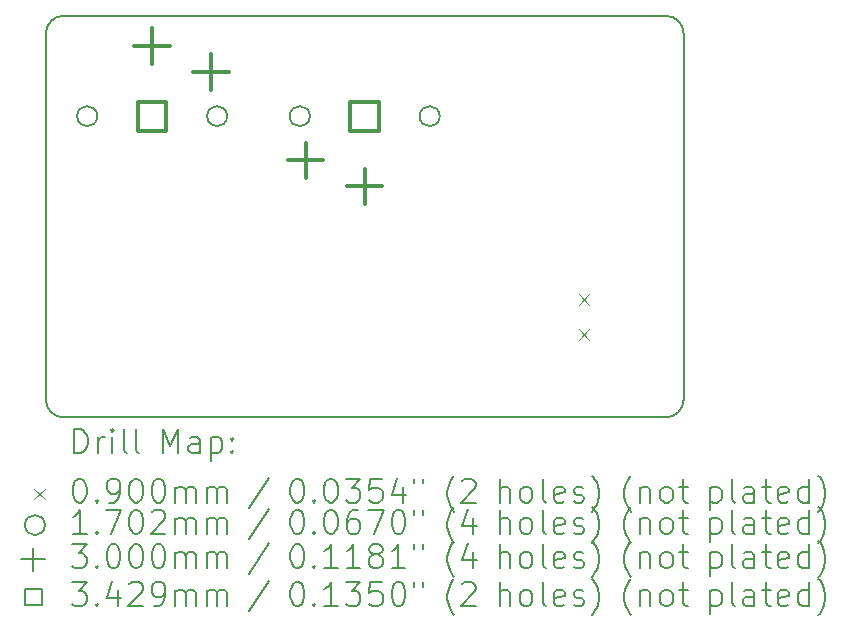
<source format=gbr>
%TF.GenerationSoftware,KiCad,Pcbnew,(7.0.0-0)*%
%TF.CreationDate,2023-02-20T17:02:05+08:00*%
%TF.ProjectId,test,74657374-2e6b-4696-9361-645f70636258,v1.0.0*%
%TF.SameCoordinates,Original*%
%TF.FileFunction,Drillmap*%
%TF.FilePolarity,Positive*%
%FSLAX45Y45*%
G04 Gerber Fmt 4.5, Leading zero omitted, Abs format (unit mm)*
G04 Created by KiCad (PCBNEW (7.0.0-0)) date 2023-02-20 17:02:05*
%MOMM*%
%LPD*%
G01*
G04 APERTURE LIST*
%ADD10C,0.150000*%
%ADD11C,0.200000*%
%ADD12C,0.090000*%
%ADD13C,0.170180*%
%ADD14C,0.300000*%
%ADD15C,0.342900*%
G04 APERTURE END LIST*
D10*
X-750000Y-850000D02*
X4350000Y-850000D01*
X-900000Y-700000D02*
X-900000Y2400000D01*
X-750000Y2550000D02*
X4350000Y2550000D01*
X4500000Y-700000D02*
X4500000Y2400000D01*
X4350000Y-850000D02*
G75*
G03*
X4500000Y-700000I0J150000D01*
G01*
X4500000Y2400000D02*
G75*
G03*
X4350000Y2550000I-150000J0D01*
G01*
X-750000Y2550000D02*
G75*
G03*
X-900000Y2400000I0J-150000D01*
G01*
X-900000Y-700000D02*
G75*
G03*
X-750000Y-850000I150000J0D01*
G01*
D11*
D12*
X3610000Y195000D02*
X3700000Y105000D01*
X3700000Y195000D02*
X3610000Y105000D01*
X3610000Y-105000D02*
X3700000Y-195000D01*
X3700000Y-105000D02*
X3610000Y-195000D01*
D13*
X-464910Y1700000D02*
G75*
G03*
X-464910Y1700000I-85090J0D01*
G01*
X635090Y1700000D02*
G75*
G03*
X635090Y1700000I-85090J0D01*
G01*
X1335090Y1700000D02*
G75*
G03*
X1335090Y1700000I-85090J0D01*
G01*
X2435090Y1700000D02*
G75*
G03*
X2435090Y1700000I-85090J0D01*
G01*
D14*
X0Y2445000D02*
X0Y2145000D01*
X-150000Y2295000D02*
X150000Y2295000D01*
X500000Y2225000D02*
X500000Y1925000D01*
X350000Y2075000D02*
X650000Y2075000D01*
X1300000Y1475000D02*
X1300000Y1175000D01*
X1150000Y1325000D02*
X1450000Y1325000D01*
X1800000Y1255000D02*
X1800000Y955000D01*
X1650000Y1105000D02*
X1950000Y1105000D01*
D15*
X121235Y1578765D02*
X121235Y1821235D01*
X-121235Y1821235D01*
X-121235Y1578765D01*
X121235Y1578765D01*
X1921235Y1578765D02*
X1921235Y1821235D01*
X1678765Y1821235D01*
X1678765Y1578765D01*
X1921235Y1578765D01*
D11*
X-659881Y-1150976D02*
X-659881Y-950976D01*
X-659881Y-950976D02*
X-612262Y-950976D01*
X-612262Y-950976D02*
X-583690Y-960500D01*
X-583690Y-960500D02*
X-564643Y-979548D01*
X-564643Y-979548D02*
X-555119Y-998595D01*
X-555119Y-998595D02*
X-545595Y-1036690D01*
X-545595Y-1036690D02*
X-545595Y-1065262D01*
X-545595Y-1065262D02*
X-555119Y-1103357D01*
X-555119Y-1103357D02*
X-564643Y-1122405D01*
X-564643Y-1122405D02*
X-583690Y-1141452D01*
X-583690Y-1141452D02*
X-612262Y-1150976D01*
X-612262Y-1150976D02*
X-659881Y-1150976D01*
X-459881Y-1150976D02*
X-459881Y-1017643D01*
X-459881Y-1055738D02*
X-450357Y-1036690D01*
X-450357Y-1036690D02*
X-440833Y-1027167D01*
X-440833Y-1027167D02*
X-421786Y-1017643D01*
X-421786Y-1017643D02*
X-402738Y-1017643D01*
X-336071Y-1150976D02*
X-336071Y-1017643D01*
X-336071Y-950976D02*
X-345595Y-960500D01*
X-345595Y-960500D02*
X-336071Y-970024D01*
X-336071Y-970024D02*
X-326548Y-960500D01*
X-326548Y-960500D02*
X-336071Y-950976D01*
X-336071Y-950976D02*
X-336071Y-970024D01*
X-212262Y-1150976D02*
X-231309Y-1141452D01*
X-231309Y-1141452D02*
X-240833Y-1122405D01*
X-240833Y-1122405D02*
X-240833Y-950976D01*
X-107500Y-1150976D02*
X-126548Y-1141452D01*
X-126548Y-1141452D02*
X-136071Y-1122405D01*
X-136071Y-1122405D02*
X-136071Y-950976D01*
X88690Y-1150976D02*
X88690Y-950976D01*
X88690Y-950976D02*
X155357Y-1093833D01*
X155357Y-1093833D02*
X222024Y-950976D01*
X222024Y-950976D02*
X222024Y-1150976D01*
X402976Y-1150976D02*
X402976Y-1046214D01*
X402976Y-1046214D02*
X393452Y-1027167D01*
X393452Y-1027167D02*
X374405Y-1017643D01*
X374405Y-1017643D02*
X336309Y-1017643D01*
X336309Y-1017643D02*
X317262Y-1027167D01*
X402976Y-1141452D02*
X383928Y-1150976D01*
X383928Y-1150976D02*
X336309Y-1150976D01*
X336309Y-1150976D02*
X317262Y-1141452D01*
X317262Y-1141452D02*
X307738Y-1122405D01*
X307738Y-1122405D02*
X307738Y-1103357D01*
X307738Y-1103357D02*
X317262Y-1084310D01*
X317262Y-1084310D02*
X336309Y-1074786D01*
X336309Y-1074786D02*
X383928Y-1074786D01*
X383928Y-1074786D02*
X402976Y-1065262D01*
X498214Y-1017643D02*
X498214Y-1217643D01*
X498214Y-1027167D02*
X517262Y-1017643D01*
X517262Y-1017643D02*
X555357Y-1017643D01*
X555357Y-1017643D02*
X574405Y-1027167D01*
X574405Y-1027167D02*
X583929Y-1036690D01*
X583929Y-1036690D02*
X593452Y-1055738D01*
X593452Y-1055738D02*
X593452Y-1112881D01*
X593452Y-1112881D02*
X583929Y-1131929D01*
X583929Y-1131929D02*
X574405Y-1141452D01*
X574405Y-1141452D02*
X555357Y-1150976D01*
X555357Y-1150976D02*
X517262Y-1150976D01*
X517262Y-1150976D02*
X498214Y-1141452D01*
X679167Y-1131929D02*
X688690Y-1141452D01*
X688690Y-1141452D02*
X679167Y-1150976D01*
X679167Y-1150976D02*
X669643Y-1141452D01*
X669643Y-1141452D02*
X679167Y-1131929D01*
X679167Y-1131929D02*
X679167Y-1150976D01*
X679167Y-1027167D02*
X688690Y-1036690D01*
X688690Y-1036690D02*
X679167Y-1046214D01*
X679167Y-1046214D02*
X669643Y-1036690D01*
X669643Y-1036690D02*
X679167Y-1027167D01*
X679167Y-1027167D02*
X679167Y-1046214D01*
D12*
X-997500Y-1452500D02*
X-907500Y-1542500D01*
X-907500Y-1452500D02*
X-997500Y-1542500D01*
D11*
X-621786Y-1370976D02*
X-602738Y-1370976D01*
X-602738Y-1370976D02*
X-583690Y-1380500D01*
X-583690Y-1380500D02*
X-574167Y-1390024D01*
X-574167Y-1390024D02*
X-564643Y-1409071D01*
X-564643Y-1409071D02*
X-555119Y-1447167D01*
X-555119Y-1447167D02*
X-555119Y-1494786D01*
X-555119Y-1494786D02*
X-564643Y-1532881D01*
X-564643Y-1532881D02*
X-574167Y-1551928D01*
X-574167Y-1551928D02*
X-583690Y-1561452D01*
X-583690Y-1561452D02*
X-602738Y-1570976D01*
X-602738Y-1570976D02*
X-621786Y-1570976D01*
X-621786Y-1570976D02*
X-640833Y-1561452D01*
X-640833Y-1561452D02*
X-650357Y-1551928D01*
X-650357Y-1551928D02*
X-659881Y-1532881D01*
X-659881Y-1532881D02*
X-669405Y-1494786D01*
X-669405Y-1494786D02*
X-669405Y-1447167D01*
X-669405Y-1447167D02*
X-659881Y-1409071D01*
X-659881Y-1409071D02*
X-650357Y-1390024D01*
X-650357Y-1390024D02*
X-640833Y-1380500D01*
X-640833Y-1380500D02*
X-621786Y-1370976D01*
X-469405Y-1551928D02*
X-459881Y-1561452D01*
X-459881Y-1561452D02*
X-469405Y-1570976D01*
X-469405Y-1570976D02*
X-478928Y-1561452D01*
X-478928Y-1561452D02*
X-469405Y-1551928D01*
X-469405Y-1551928D02*
X-469405Y-1570976D01*
X-364643Y-1570976D02*
X-326548Y-1570976D01*
X-326548Y-1570976D02*
X-307500Y-1561452D01*
X-307500Y-1561452D02*
X-297976Y-1551928D01*
X-297976Y-1551928D02*
X-278929Y-1523357D01*
X-278929Y-1523357D02*
X-269405Y-1485262D01*
X-269405Y-1485262D02*
X-269405Y-1409071D01*
X-269405Y-1409071D02*
X-278929Y-1390024D01*
X-278929Y-1390024D02*
X-288452Y-1380500D01*
X-288452Y-1380500D02*
X-307500Y-1370976D01*
X-307500Y-1370976D02*
X-345595Y-1370976D01*
X-345595Y-1370976D02*
X-364643Y-1380500D01*
X-364643Y-1380500D02*
X-374167Y-1390024D01*
X-374167Y-1390024D02*
X-383690Y-1409071D01*
X-383690Y-1409071D02*
X-383690Y-1456690D01*
X-383690Y-1456690D02*
X-374167Y-1475738D01*
X-374167Y-1475738D02*
X-364643Y-1485262D01*
X-364643Y-1485262D02*
X-345595Y-1494786D01*
X-345595Y-1494786D02*
X-307500Y-1494786D01*
X-307500Y-1494786D02*
X-288452Y-1485262D01*
X-288452Y-1485262D02*
X-278929Y-1475738D01*
X-278929Y-1475738D02*
X-269405Y-1456690D01*
X-145595Y-1370976D02*
X-126547Y-1370976D01*
X-126547Y-1370976D02*
X-107500Y-1380500D01*
X-107500Y-1380500D02*
X-97976Y-1390024D01*
X-97976Y-1390024D02*
X-88452Y-1409071D01*
X-88452Y-1409071D02*
X-78929Y-1447167D01*
X-78929Y-1447167D02*
X-78929Y-1494786D01*
X-78929Y-1494786D02*
X-88452Y-1532881D01*
X-88452Y-1532881D02*
X-97976Y-1551928D01*
X-97976Y-1551928D02*
X-107500Y-1561452D01*
X-107500Y-1561452D02*
X-126547Y-1570976D01*
X-126547Y-1570976D02*
X-145595Y-1570976D01*
X-145595Y-1570976D02*
X-164643Y-1561452D01*
X-164643Y-1561452D02*
X-174167Y-1551928D01*
X-174167Y-1551928D02*
X-183690Y-1532881D01*
X-183690Y-1532881D02*
X-193214Y-1494786D01*
X-193214Y-1494786D02*
X-193214Y-1447167D01*
X-193214Y-1447167D02*
X-183690Y-1409071D01*
X-183690Y-1409071D02*
X-174167Y-1390024D01*
X-174167Y-1390024D02*
X-164643Y-1380500D01*
X-164643Y-1380500D02*
X-145595Y-1370976D01*
X44881Y-1370976D02*
X63929Y-1370976D01*
X63929Y-1370976D02*
X82976Y-1380500D01*
X82976Y-1380500D02*
X92500Y-1390024D01*
X92500Y-1390024D02*
X102024Y-1409071D01*
X102024Y-1409071D02*
X111548Y-1447167D01*
X111548Y-1447167D02*
X111548Y-1494786D01*
X111548Y-1494786D02*
X102024Y-1532881D01*
X102024Y-1532881D02*
X92500Y-1551928D01*
X92500Y-1551928D02*
X82976Y-1561452D01*
X82976Y-1561452D02*
X63929Y-1570976D01*
X63929Y-1570976D02*
X44881Y-1570976D01*
X44881Y-1570976D02*
X25833Y-1561452D01*
X25833Y-1561452D02*
X16309Y-1551928D01*
X16309Y-1551928D02*
X6786Y-1532881D01*
X6786Y-1532881D02*
X-2738Y-1494786D01*
X-2738Y-1494786D02*
X-2738Y-1447167D01*
X-2738Y-1447167D02*
X6786Y-1409071D01*
X6786Y-1409071D02*
X16309Y-1390024D01*
X16309Y-1390024D02*
X25833Y-1380500D01*
X25833Y-1380500D02*
X44881Y-1370976D01*
X197262Y-1570976D02*
X197262Y-1437643D01*
X197262Y-1456690D02*
X206786Y-1447167D01*
X206786Y-1447167D02*
X225833Y-1437643D01*
X225833Y-1437643D02*
X254405Y-1437643D01*
X254405Y-1437643D02*
X273452Y-1447167D01*
X273452Y-1447167D02*
X282976Y-1466214D01*
X282976Y-1466214D02*
X282976Y-1570976D01*
X282976Y-1466214D02*
X292500Y-1447167D01*
X292500Y-1447167D02*
X311548Y-1437643D01*
X311548Y-1437643D02*
X340119Y-1437643D01*
X340119Y-1437643D02*
X359167Y-1447167D01*
X359167Y-1447167D02*
X368690Y-1466214D01*
X368690Y-1466214D02*
X368690Y-1570976D01*
X463929Y-1570976D02*
X463929Y-1437643D01*
X463929Y-1456690D02*
X473452Y-1447167D01*
X473452Y-1447167D02*
X492500Y-1437643D01*
X492500Y-1437643D02*
X521071Y-1437643D01*
X521071Y-1437643D02*
X540119Y-1447167D01*
X540119Y-1447167D02*
X549643Y-1466214D01*
X549643Y-1466214D02*
X549643Y-1570976D01*
X549643Y-1466214D02*
X559167Y-1447167D01*
X559167Y-1447167D02*
X578214Y-1437643D01*
X578214Y-1437643D02*
X606786Y-1437643D01*
X606786Y-1437643D02*
X625833Y-1447167D01*
X625833Y-1447167D02*
X635357Y-1466214D01*
X635357Y-1466214D02*
X635357Y-1570976D01*
X993452Y-1361452D02*
X822024Y-1618595D01*
X1218214Y-1370976D02*
X1237262Y-1370976D01*
X1237262Y-1370976D02*
X1256310Y-1380500D01*
X1256310Y-1380500D02*
X1265833Y-1390024D01*
X1265833Y-1390024D02*
X1275357Y-1409071D01*
X1275357Y-1409071D02*
X1284881Y-1447167D01*
X1284881Y-1447167D02*
X1284881Y-1494786D01*
X1284881Y-1494786D02*
X1275357Y-1532881D01*
X1275357Y-1532881D02*
X1265833Y-1551928D01*
X1265833Y-1551928D02*
X1256310Y-1561452D01*
X1256310Y-1561452D02*
X1237262Y-1570976D01*
X1237262Y-1570976D02*
X1218214Y-1570976D01*
X1218214Y-1570976D02*
X1199167Y-1561452D01*
X1199167Y-1561452D02*
X1189643Y-1551928D01*
X1189643Y-1551928D02*
X1180119Y-1532881D01*
X1180119Y-1532881D02*
X1170595Y-1494786D01*
X1170595Y-1494786D02*
X1170595Y-1447167D01*
X1170595Y-1447167D02*
X1180119Y-1409071D01*
X1180119Y-1409071D02*
X1189643Y-1390024D01*
X1189643Y-1390024D02*
X1199167Y-1380500D01*
X1199167Y-1380500D02*
X1218214Y-1370976D01*
X1370595Y-1551928D02*
X1380119Y-1561452D01*
X1380119Y-1561452D02*
X1370595Y-1570976D01*
X1370595Y-1570976D02*
X1361072Y-1561452D01*
X1361072Y-1561452D02*
X1370595Y-1551928D01*
X1370595Y-1551928D02*
X1370595Y-1570976D01*
X1503929Y-1370976D02*
X1522976Y-1370976D01*
X1522976Y-1370976D02*
X1542024Y-1380500D01*
X1542024Y-1380500D02*
X1551548Y-1390024D01*
X1551548Y-1390024D02*
X1561071Y-1409071D01*
X1561071Y-1409071D02*
X1570595Y-1447167D01*
X1570595Y-1447167D02*
X1570595Y-1494786D01*
X1570595Y-1494786D02*
X1561071Y-1532881D01*
X1561071Y-1532881D02*
X1551548Y-1551928D01*
X1551548Y-1551928D02*
X1542024Y-1561452D01*
X1542024Y-1561452D02*
X1522976Y-1570976D01*
X1522976Y-1570976D02*
X1503929Y-1570976D01*
X1503929Y-1570976D02*
X1484881Y-1561452D01*
X1484881Y-1561452D02*
X1475357Y-1551928D01*
X1475357Y-1551928D02*
X1465833Y-1532881D01*
X1465833Y-1532881D02*
X1456310Y-1494786D01*
X1456310Y-1494786D02*
X1456310Y-1447167D01*
X1456310Y-1447167D02*
X1465833Y-1409071D01*
X1465833Y-1409071D02*
X1475357Y-1390024D01*
X1475357Y-1390024D02*
X1484881Y-1380500D01*
X1484881Y-1380500D02*
X1503929Y-1370976D01*
X1637262Y-1370976D02*
X1761071Y-1370976D01*
X1761071Y-1370976D02*
X1694405Y-1447167D01*
X1694405Y-1447167D02*
X1722976Y-1447167D01*
X1722976Y-1447167D02*
X1742024Y-1456690D01*
X1742024Y-1456690D02*
X1751548Y-1466214D01*
X1751548Y-1466214D02*
X1761071Y-1485262D01*
X1761071Y-1485262D02*
X1761071Y-1532881D01*
X1761071Y-1532881D02*
X1751548Y-1551928D01*
X1751548Y-1551928D02*
X1742024Y-1561452D01*
X1742024Y-1561452D02*
X1722976Y-1570976D01*
X1722976Y-1570976D02*
X1665833Y-1570976D01*
X1665833Y-1570976D02*
X1646786Y-1561452D01*
X1646786Y-1561452D02*
X1637262Y-1551928D01*
X1942024Y-1370976D02*
X1846786Y-1370976D01*
X1846786Y-1370976D02*
X1837262Y-1466214D01*
X1837262Y-1466214D02*
X1846786Y-1456690D01*
X1846786Y-1456690D02*
X1865833Y-1447167D01*
X1865833Y-1447167D02*
X1913452Y-1447167D01*
X1913452Y-1447167D02*
X1932500Y-1456690D01*
X1932500Y-1456690D02*
X1942024Y-1466214D01*
X1942024Y-1466214D02*
X1951548Y-1485262D01*
X1951548Y-1485262D02*
X1951548Y-1532881D01*
X1951548Y-1532881D02*
X1942024Y-1551928D01*
X1942024Y-1551928D02*
X1932500Y-1561452D01*
X1932500Y-1561452D02*
X1913452Y-1570976D01*
X1913452Y-1570976D02*
X1865833Y-1570976D01*
X1865833Y-1570976D02*
X1846786Y-1561452D01*
X1846786Y-1561452D02*
X1837262Y-1551928D01*
X2122976Y-1437643D02*
X2122976Y-1570976D01*
X2075357Y-1361452D02*
X2027738Y-1504309D01*
X2027738Y-1504309D02*
X2151548Y-1504309D01*
X2218214Y-1370976D02*
X2218214Y-1409071D01*
X2294405Y-1370976D02*
X2294405Y-1409071D01*
X2557262Y-1647167D02*
X2547738Y-1637643D01*
X2547738Y-1637643D02*
X2528691Y-1609071D01*
X2528691Y-1609071D02*
X2519167Y-1590024D01*
X2519167Y-1590024D02*
X2509643Y-1561452D01*
X2509643Y-1561452D02*
X2500119Y-1513833D01*
X2500119Y-1513833D02*
X2500119Y-1475738D01*
X2500119Y-1475738D02*
X2509643Y-1428119D01*
X2509643Y-1428119D02*
X2519167Y-1399548D01*
X2519167Y-1399548D02*
X2528691Y-1380500D01*
X2528691Y-1380500D02*
X2547738Y-1351929D01*
X2547738Y-1351929D02*
X2557262Y-1342405D01*
X2623929Y-1390024D02*
X2633453Y-1380500D01*
X2633453Y-1380500D02*
X2652500Y-1370976D01*
X2652500Y-1370976D02*
X2700119Y-1370976D01*
X2700119Y-1370976D02*
X2719167Y-1380500D01*
X2719167Y-1380500D02*
X2728691Y-1390024D01*
X2728691Y-1390024D02*
X2738214Y-1409071D01*
X2738214Y-1409071D02*
X2738214Y-1428119D01*
X2738214Y-1428119D02*
X2728691Y-1456690D01*
X2728691Y-1456690D02*
X2614405Y-1570976D01*
X2614405Y-1570976D02*
X2738214Y-1570976D01*
X2943929Y-1570976D02*
X2943929Y-1370976D01*
X3029643Y-1570976D02*
X3029643Y-1466214D01*
X3029643Y-1466214D02*
X3020119Y-1447167D01*
X3020119Y-1447167D02*
X3001072Y-1437643D01*
X3001072Y-1437643D02*
X2972500Y-1437643D01*
X2972500Y-1437643D02*
X2953452Y-1447167D01*
X2953452Y-1447167D02*
X2943929Y-1456690D01*
X3153452Y-1570976D02*
X3134405Y-1561452D01*
X3134405Y-1561452D02*
X3124881Y-1551928D01*
X3124881Y-1551928D02*
X3115357Y-1532881D01*
X3115357Y-1532881D02*
X3115357Y-1475738D01*
X3115357Y-1475738D02*
X3124881Y-1456690D01*
X3124881Y-1456690D02*
X3134405Y-1447167D01*
X3134405Y-1447167D02*
X3153452Y-1437643D01*
X3153452Y-1437643D02*
X3182024Y-1437643D01*
X3182024Y-1437643D02*
X3201072Y-1447167D01*
X3201072Y-1447167D02*
X3210595Y-1456690D01*
X3210595Y-1456690D02*
X3220119Y-1475738D01*
X3220119Y-1475738D02*
X3220119Y-1532881D01*
X3220119Y-1532881D02*
X3210595Y-1551928D01*
X3210595Y-1551928D02*
X3201072Y-1561452D01*
X3201072Y-1561452D02*
X3182024Y-1570976D01*
X3182024Y-1570976D02*
X3153452Y-1570976D01*
X3334405Y-1570976D02*
X3315357Y-1561452D01*
X3315357Y-1561452D02*
X3305833Y-1542405D01*
X3305833Y-1542405D02*
X3305833Y-1370976D01*
X3486786Y-1561452D02*
X3467738Y-1570976D01*
X3467738Y-1570976D02*
X3429643Y-1570976D01*
X3429643Y-1570976D02*
X3410595Y-1561452D01*
X3410595Y-1561452D02*
X3401072Y-1542405D01*
X3401072Y-1542405D02*
X3401072Y-1466214D01*
X3401072Y-1466214D02*
X3410595Y-1447167D01*
X3410595Y-1447167D02*
X3429643Y-1437643D01*
X3429643Y-1437643D02*
X3467738Y-1437643D01*
X3467738Y-1437643D02*
X3486786Y-1447167D01*
X3486786Y-1447167D02*
X3496310Y-1466214D01*
X3496310Y-1466214D02*
X3496310Y-1485262D01*
X3496310Y-1485262D02*
X3401072Y-1504309D01*
X3572500Y-1561452D02*
X3591548Y-1570976D01*
X3591548Y-1570976D02*
X3629643Y-1570976D01*
X3629643Y-1570976D02*
X3648691Y-1561452D01*
X3648691Y-1561452D02*
X3658214Y-1542405D01*
X3658214Y-1542405D02*
X3658214Y-1532881D01*
X3658214Y-1532881D02*
X3648691Y-1513833D01*
X3648691Y-1513833D02*
X3629643Y-1504309D01*
X3629643Y-1504309D02*
X3601072Y-1504309D01*
X3601072Y-1504309D02*
X3582024Y-1494786D01*
X3582024Y-1494786D02*
X3572500Y-1475738D01*
X3572500Y-1475738D02*
X3572500Y-1466214D01*
X3572500Y-1466214D02*
X3582024Y-1447167D01*
X3582024Y-1447167D02*
X3601072Y-1437643D01*
X3601072Y-1437643D02*
X3629643Y-1437643D01*
X3629643Y-1437643D02*
X3648691Y-1447167D01*
X3724881Y-1647167D02*
X3734405Y-1637643D01*
X3734405Y-1637643D02*
X3753453Y-1609071D01*
X3753453Y-1609071D02*
X3762976Y-1590024D01*
X3762976Y-1590024D02*
X3772500Y-1561452D01*
X3772500Y-1561452D02*
X3782024Y-1513833D01*
X3782024Y-1513833D02*
X3782024Y-1475738D01*
X3782024Y-1475738D02*
X3772500Y-1428119D01*
X3772500Y-1428119D02*
X3762976Y-1399548D01*
X3762976Y-1399548D02*
X3753453Y-1380500D01*
X3753453Y-1380500D02*
X3734405Y-1351929D01*
X3734405Y-1351929D02*
X3724881Y-1342405D01*
X4054405Y-1647167D02*
X4044881Y-1637643D01*
X4044881Y-1637643D02*
X4025833Y-1609071D01*
X4025833Y-1609071D02*
X4016310Y-1590024D01*
X4016310Y-1590024D02*
X4006786Y-1561452D01*
X4006786Y-1561452D02*
X3997262Y-1513833D01*
X3997262Y-1513833D02*
X3997262Y-1475738D01*
X3997262Y-1475738D02*
X4006786Y-1428119D01*
X4006786Y-1428119D02*
X4016310Y-1399548D01*
X4016310Y-1399548D02*
X4025833Y-1380500D01*
X4025833Y-1380500D02*
X4044881Y-1351929D01*
X4044881Y-1351929D02*
X4054405Y-1342405D01*
X4130595Y-1437643D02*
X4130595Y-1570976D01*
X4130595Y-1456690D02*
X4140119Y-1447167D01*
X4140119Y-1447167D02*
X4159167Y-1437643D01*
X4159167Y-1437643D02*
X4187738Y-1437643D01*
X4187738Y-1437643D02*
X4206786Y-1447167D01*
X4206786Y-1447167D02*
X4216310Y-1466214D01*
X4216310Y-1466214D02*
X4216310Y-1570976D01*
X4340119Y-1570976D02*
X4321072Y-1561452D01*
X4321072Y-1561452D02*
X4311548Y-1551928D01*
X4311548Y-1551928D02*
X4302024Y-1532881D01*
X4302024Y-1532881D02*
X4302024Y-1475738D01*
X4302024Y-1475738D02*
X4311548Y-1456690D01*
X4311548Y-1456690D02*
X4321072Y-1447167D01*
X4321072Y-1447167D02*
X4340119Y-1437643D01*
X4340119Y-1437643D02*
X4368691Y-1437643D01*
X4368691Y-1437643D02*
X4387738Y-1447167D01*
X4387738Y-1447167D02*
X4397262Y-1456690D01*
X4397262Y-1456690D02*
X4406786Y-1475738D01*
X4406786Y-1475738D02*
X4406786Y-1532881D01*
X4406786Y-1532881D02*
X4397262Y-1551928D01*
X4397262Y-1551928D02*
X4387738Y-1561452D01*
X4387738Y-1561452D02*
X4368691Y-1570976D01*
X4368691Y-1570976D02*
X4340119Y-1570976D01*
X4463929Y-1437643D02*
X4540119Y-1437643D01*
X4492500Y-1370976D02*
X4492500Y-1542405D01*
X4492500Y-1542405D02*
X4502024Y-1561452D01*
X4502024Y-1561452D02*
X4521072Y-1570976D01*
X4521072Y-1570976D02*
X4540119Y-1570976D01*
X4726786Y-1437643D02*
X4726786Y-1637643D01*
X4726786Y-1447167D02*
X4745834Y-1437643D01*
X4745834Y-1437643D02*
X4783929Y-1437643D01*
X4783929Y-1437643D02*
X4802976Y-1447167D01*
X4802976Y-1447167D02*
X4812500Y-1456690D01*
X4812500Y-1456690D02*
X4822024Y-1475738D01*
X4822024Y-1475738D02*
X4822024Y-1532881D01*
X4822024Y-1532881D02*
X4812500Y-1551928D01*
X4812500Y-1551928D02*
X4802976Y-1561452D01*
X4802976Y-1561452D02*
X4783929Y-1570976D01*
X4783929Y-1570976D02*
X4745834Y-1570976D01*
X4745834Y-1570976D02*
X4726786Y-1561452D01*
X4936310Y-1570976D02*
X4917262Y-1561452D01*
X4917262Y-1561452D02*
X4907738Y-1542405D01*
X4907738Y-1542405D02*
X4907738Y-1370976D01*
X5098215Y-1570976D02*
X5098215Y-1466214D01*
X5098215Y-1466214D02*
X5088691Y-1447167D01*
X5088691Y-1447167D02*
X5069643Y-1437643D01*
X5069643Y-1437643D02*
X5031548Y-1437643D01*
X5031548Y-1437643D02*
X5012500Y-1447167D01*
X5098215Y-1561452D02*
X5079167Y-1570976D01*
X5079167Y-1570976D02*
X5031548Y-1570976D01*
X5031548Y-1570976D02*
X5012500Y-1561452D01*
X5012500Y-1561452D02*
X5002976Y-1542405D01*
X5002976Y-1542405D02*
X5002976Y-1523357D01*
X5002976Y-1523357D02*
X5012500Y-1504309D01*
X5012500Y-1504309D02*
X5031548Y-1494786D01*
X5031548Y-1494786D02*
X5079167Y-1494786D01*
X5079167Y-1494786D02*
X5098215Y-1485262D01*
X5164881Y-1437643D02*
X5241072Y-1437643D01*
X5193453Y-1370976D02*
X5193453Y-1542405D01*
X5193453Y-1542405D02*
X5202976Y-1561452D01*
X5202976Y-1561452D02*
X5222024Y-1570976D01*
X5222024Y-1570976D02*
X5241072Y-1570976D01*
X5383929Y-1561452D02*
X5364881Y-1570976D01*
X5364881Y-1570976D02*
X5326786Y-1570976D01*
X5326786Y-1570976D02*
X5307738Y-1561452D01*
X5307738Y-1561452D02*
X5298215Y-1542405D01*
X5298215Y-1542405D02*
X5298215Y-1466214D01*
X5298215Y-1466214D02*
X5307738Y-1447167D01*
X5307738Y-1447167D02*
X5326786Y-1437643D01*
X5326786Y-1437643D02*
X5364881Y-1437643D01*
X5364881Y-1437643D02*
X5383929Y-1447167D01*
X5383929Y-1447167D02*
X5393453Y-1466214D01*
X5393453Y-1466214D02*
X5393453Y-1485262D01*
X5393453Y-1485262D02*
X5298215Y-1504309D01*
X5564881Y-1570976D02*
X5564881Y-1370976D01*
X5564881Y-1561452D02*
X5545834Y-1570976D01*
X5545834Y-1570976D02*
X5507738Y-1570976D01*
X5507738Y-1570976D02*
X5488691Y-1561452D01*
X5488691Y-1561452D02*
X5479167Y-1551928D01*
X5479167Y-1551928D02*
X5469643Y-1532881D01*
X5469643Y-1532881D02*
X5469643Y-1475738D01*
X5469643Y-1475738D02*
X5479167Y-1456690D01*
X5479167Y-1456690D02*
X5488691Y-1447167D01*
X5488691Y-1447167D02*
X5507738Y-1437643D01*
X5507738Y-1437643D02*
X5545834Y-1437643D01*
X5545834Y-1437643D02*
X5564881Y-1447167D01*
X5641072Y-1647167D02*
X5650595Y-1637643D01*
X5650595Y-1637643D02*
X5669643Y-1609071D01*
X5669643Y-1609071D02*
X5679167Y-1590024D01*
X5679167Y-1590024D02*
X5688691Y-1561452D01*
X5688691Y-1561452D02*
X5698214Y-1513833D01*
X5698214Y-1513833D02*
X5698214Y-1475738D01*
X5698214Y-1475738D02*
X5688691Y-1428119D01*
X5688691Y-1428119D02*
X5679167Y-1399548D01*
X5679167Y-1399548D02*
X5669643Y-1380500D01*
X5669643Y-1380500D02*
X5650595Y-1351929D01*
X5650595Y-1351929D02*
X5641072Y-1342405D01*
D13*
X-907500Y-1761500D02*
G75*
G03*
X-907500Y-1761500I-85090J0D01*
G01*
D11*
X-555119Y-1834976D02*
X-669405Y-1834976D01*
X-612262Y-1834976D02*
X-612262Y-1634976D01*
X-612262Y-1634976D02*
X-631310Y-1663548D01*
X-631310Y-1663548D02*
X-650357Y-1682595D01*
X-650357Y-1682595D02*
X-669405Y-1692119D01*
X-469405Y-1815928D02*
X-459881Y-1825452D01*
X-459881Y-1825452D02*
X-469405Y-1834976D01*
X-469405Y-1834976D02*
X-478928Y-1825452D01*
X-478928Y-1825452D02*
X-469405Y-1815928D01*
X-469405Y-1815928D02*
X-469405Y-1834976D01*
X-393214Y-1634976D02*
X-259881Y-1634976D01*
X-259881Y-1634976D02*
X-345595Y-1834976D01*
X-145595Y-1634976D02*
X-126547Y-1634976D01*
X-126547Y-1634976D02*
X-107500Y-1644500D01*
X-107500Y-1644500D02*
X-97976Y-1654024D01*
X-97976Y-1654024D02*
X-88452Y-1673071D01*
X-88452Y-1673071D02*
X-78929Y-1711167D01*
X-78929Y-1711167D02*
X-78929Y-1758786D01*
X-78929Y-1758786D02*
X-88452Y-1796881D01*
X-88452Y-1796881D02*
X-97976Y-1815928D01*
X-97976Y-1815928D02*
X-107500Y-1825452D01*
X-107500Y-1825452D02*
X-126547Y-1834976D01*
X-126547Y-1834976D02*
X-145595Y-1834976D01*
X-145595Y-1834976D02*
X-164643Y-1825452D01*
X-164643Y-1825452D02*
X-174167Y-1815928D01*
X-174167Y-1815928D02*
X-183690Y-1796881D01*
X-183690Y-1796881D02*
X-193214Y-1758786D01*
X-193214Y-1758786D02*
X-193214Y-1711167D01*
X-193214Y-1711167D02*
X-183690Y-1673071D01*
X-183690Y-1673071D02*
X-174167Y-1654024D01*
X-174167Y-1654024D02*
X-164643Y-1644500D01*
X-164643Y-1644500D02*
X-145595Y-1634976D01*
X-2738Y-1654024D02*
X6786Y-1644500D01*
X6786Y-1644500D02*
X25833Y-1634976D01*
X25833Y-1634976D02*
X73452Y-1634976D01*
X73452Y-1634976D02*
X92500Y-1644500D01*
X92500Y-1644500D02*
X102024Y-1654024D01*
X102024Y-1654024D02*
X111548Y-1673071D01*
X111548Y-1673071D02*
X111548Y-1692119D01*
X111548Y-1692119D02*
X102024Y-1720690D01*
X102024Y-1720690D02*
X-12262Y-1834976D01*
X-12262Y-1834976D02*
X111548Y-1834976D01*
X197262Y-1834976D02*
X197262Y-1701643D01*
X197262Y-1720690D02*
X206786Y-1711167D01*
X206786Y-1711167D02*
X225833Y-1701643D01*
X225833Y-1701643D02*
X254405Y-1701643D01*
X254405Y-1701643D02*
X273452Y-1711167D01*
X273452Y-1711167D02*
X282976Y-1730214D01*
X282976Y-1730214D02*
X282976Y-1834976D01*
X282976Y-1730214D02*
X292500Y-1711167D01*
X292500Y-1711167D02*
X311548Y-1701643D01*
X311548Y-1701643D02*
X340119Y-1701643D01*
X340119Y-1701643D02*
X359167Y-1711167D01*
X359167Y-1711167D02*
X368690Y-1730214D01*
X368690Y-1730214D02*
X368690Y-1834976D01*
X463929Y-1834976D02*
X463929Y-1701643D01*
X463929Y-1720690D02*
X473452Y-1711167D01*
X473452Y-1711167D02*
X492500Y-1701643D01*
X492500Y-1701643D02*
X521071Y-1701643D01*
X521071Y-1701643D02*
X540119Y-1711167D01*
X540119Y-1711167D02*
X549643Y-1730214D01*
X549643Y-1730214D02*
X549643Y-1834976D01*
X549643Y-1730214D02*
X559167Y-1711167D01*
X559167Y-1711167D02*
X578214Y-1701643D01*
X578214Y-1701643D02*
X606786Y-1701643D01*
X606786Y-1701643D02*
X625833Y-1711167D01*
X625833Y-1711167D02*
X635357Y-1730214D01*
X635357Y-1730214D02*
X635357Y-1834976D01*
X993452Y-1625452D02*
X822024Y-1882595D01*
X1218214Y-1634976D02*
X1237262Y-1634976D01*
X1237262Y-1634976D02*
X1256310Y-1644500D01*
X1256310Y-1644500D02*
X1265833Y-1654024D01*
X1265833Y-1654024D02*
X1275357Y-1673071D01*
X1275357Y-1673071D02*
X1284881Y-1711167D01*
X1284881Y-1711167D02*
X1284881Y-1758786D01*
X1284881Y-1758786D02*
X1275357Y-1796881D01*
X1275357Y-1796881D02*
X1265833Y-1815928D01*
X1265833Y-1815928D02*
X1256310Y-1825452D01*
X1256310Y-1825452D02*
X1237262Y-1834976D01*
X1237262Y-1834976D02*
X1218214Y-1834976D01*
X1218214Y-1834976D02*
X1199167Y-1825452D01*
X1199167Y-1825452D02*
X1189643Y-1815928D01*
X1189643Y-1815928D02*
X1180119Y-1796881D01*
X1180119Y-1796881D02*
X1170595Y-1758786D01*
X1170595Y-1758786D02*
X1170595Y-1711167D01*
X1170595Y-1711167D02*
X1180119Y-1673071D01*
X1180119Y-1673071D02*
X1189643Y-1654024D01*
X1189643Y-1654024D02*
X1199167Y-1644500D01*
X1199167Y-1644500D02*
X1218214Y-1634976D01*
X1370595Y-1815928D02*
X1380119Y-1825452D01*
X1380119Y-1825452D02*
X1370595Y-1834976D01*
X1370595Y-1834976D02*
X1361072Y-1825452D01*
X1361072Y-1825452D02*
X1370595Y-1815928D01*
X1370595Y-1815928D02*
X1370595Y-1834976D01*
X1503929Y-1634976D02*
X1522976Y-1634976D01*
X1522976Y-1634976D02*
X1542024Y-1644500D01*
X1542024Y-1644500D02*
X1551548Y-1654024D01*
X1551548Y-1654024D02*
X1561071Y-1673071D01*
X1561071Y-1673071D02*
X1570595Y-1711167D01*
X1570595Y-1711167D02*
X1570595Y-1758786D01*
X1570595Y-1758786D02*
X1561071Y-1796881D01*
X1561071Y-1796881D02*
X1551548Y-1815928D01*
X1551548Y-1815928D02*
X1542024Y-1825452D01*
X1542024Y-1825452D02*
X1522976Y-1834976D01*
X1522976Y-1834976D02*
X1503929Y-1834976D01*
X1503929Y-1834976D02*
X1484881Y-1825452D01*
X1484881Y-1825452D02*
X1475357Y-1815928D01*
X1475357Y-1815928D02*
X1465833Y-1796881D01*
X1465833Y-1796881D02*
X1456310Y-1758786D01*
X1456310Y-1758786D02*
X1456310Y-1711167D01*
X1456310Y-1711167D02*
X1465833Y-1673071D01*
X1465833Y-1673071D02*
X1475357Y-1654024D01*
X1475357Y-1654024D02*
X1484881Y-1644500D01*
X1484881Y-1644500D02*
X1503929Y-1634976D01*
X1742024Y-1634976D02*
X1703929Y-1634976D01*
X1703929Y-1634976D02*
X1684881Y-1644500D01*
X1684881Y-1644500D02*
X1675357Y-1654024D01*
X1675357Y-1654024D02*
X1656310Y-1682595D01*
X1656310Y-1682595D02*
X1646786Y-1720690D01*
X1646786Y-1720690D02*
X1646786Y-1796881D01*
X1646786Y-1796881D02*
X1656310Y-1815928D01*
X1656310Y-1815928D02*
X1665833Y-1825452D01*
X1665833Y-1825452D02*
X1684881Y-1834976D01*
X1684881Y-1834976D02*
X1722976Y-1834976D01*
X1722976Y-1834976D02*
X1742024Y-1825452D01*
X1742024Y-1825452D02*
X1751548Y-1815928D01*
X1751548Y-1815928D02*
X1761071Y-1796881D01*
X1761071Y-1796881D02*
X1761071Y-1749262D01*
X1761071Y-1749262D02*
X1751548Y-1730214D01*
X1751548Y-1730214D02*
X1742024Y-1720690D01*
X1742024Y-1720690D02*
X1722976Y-1711167D01*
X1722976Y-1711167D02*
X1684881Y-1711167D01*
X1684881Y-1711167D02*
X1665833Y-1720690D01*
X1665833Y-1720690D02*
X1656310Y-1730214D01*
X1656310Y-1730214D02*
X1646786Y-1749262D01*
X1827738Y-1634976D02*
X1961071Y-1634976D01*
X1961071Y-1634976D02*
X1875357Y-1834976D01*
X2075357Y-1634976D02*
X2094405Y-1634976D01*
X2094405Y-1634976D02*
X2113453Y-1644500D01*
X2113453Y-1644500D02*
X2122976Y-1654024D01*
X2122976Y-1654024D02*
X2132500Y-1673071D01*
X2132500Y-1673071D02*
X2142024Y-1711167D01*
X2142024Y-1711167D02*
X2142024Y-1758786D01*
X2142024Y-1758786D02*
X2132500Y-1796881D01*
X2132500Y-1796881D02*
X2122976Y-1815928D01*
X2122976Y-1815928D02*
X2113453Y-1825452D01*
X2113453Y-1825452D02*
X2094405Y-1834976D01*
X2094405Y-1834976D02*
X2075357Y-1834976D01*
X2075357Y-1834976D02*
X2056310Y-1825452D01*
X2056310Y-1825452D02*
X2046786Y-1815928D01*
X2046786Y-1815928D02*
X2037262Y-1796881D01*
X2037262Y-1796881D02*
X2027738Y-1758786D01*
X2027738Y-1758786D02*
X2027738Y-1711167D01*
X2027738Y-1711167D02*
X2037262Y-1673071D01*
X2037262Y-1673071D02*
X2046786Y-1654024D01*
X2046786Y-1654024D02*
X2056310Y-1644500D01*
X2056310Y-1644500D02*
X2075357Y-1634976D01*
X2218214Y-1634976D02*
X2218214Y-1673071D01*
X2294405Y-1634976D02*
X2294405Y-1673071D01*
X2557262Y-1911167D02*
X2547738Y-1901643D01*
X2547738Y-1901643D02*
X2528691Y-1873071D01*
X2528691Y-1873071D02*
X2519167Y-1854024D01*
X2519167Y-1854024D02*
X2509643Y-1825452D01*
X2509643Y-1825452D02*
X2500119Y-1777833D01*
X2500119Y-1777833D02*
X2500119Y-1739738D01*
X2500119Y-1739738D02*
X2509643Y-1692119D01*
X2509643Y-1692119D02*
X2519167Y-1663548D01*
X2519167Y-1663548D02*
X2528691Y-1644500D01*
X2528691Y-1644500D02*
X2547738Y-1615928D01*
X2547738Y-1615928D02*
X2557262Y-1606405D01*
X2719167Y-1701643D02*
X2719167Y-1834976D01*
X2671548Y-1625452D02*
X2623929Y-1768309D01*
X2623929Y-1768309D02*
X2747738Y-1768309D01*
X2943929Y-1834976D02*
X2943929Y-1634976D01*
X3029643Y-1834976D02*
X3029643Y-1730214D01*
X3029643Y-1730214D02*
X3020119Y-1711167D01*
X3020119Y-1711167D02*
X3001072Y-1701643D01*
X3001072Y-1701643D02*
X2972500Y-1701643D01*
X2972500Y-1701643D02*
X2953452Y-1711167D01*
X2953452Y-1711167D02*
X2943929Y-1720690D01*
X3153452Y-1834976D02*
X3134405Y-1825452D01*
X3134405Y-1825452D02*
X3124881Y-1815928D01*
X3124881Y-1815928D02*
X3115357Y-1796881D01*
X3115357Y-1796881D02*
X3115357Y-1739738D01*
X3115357Y-1739738D02*
X3124881Y-1720690D01*
X3124881Y-1720690D02*
X3134405Y-1711167D01*
X3134405Y-1711167D02*
X3153452Y-1701643D01*
X3153452Y-1701643D02*
X3182024Y-1701643D01*
X3182024Y-1701643D02*
X3201072Y-1711167D01*
X3201072Y-1711167D02*
X3210595Y-1720690D01*
X3210595Y-1720690D02*
X3220119Y-1739738D01*
X3220119Y-1739738D02*
X3220119Y-1796881D01*
X3220119Y-1796881D02*
X3210595Y-1815928D01*
X3210595Y-1815928D02*
X3201072Y-1825452D01*
X3201072Y-1825452D02*
X3182024Y-1834976D01*
X3182024Y-1834976D02*
X3153452Y-1834976D01*
X3334405Y-1834976D02*
X3315357Y-1825452D01*
X3315357Y-1825452D02*
X3305833Y-1806405D01*
X3305833Y-1806405D02*
X3305833Y-1634976D01*
X3486786Y-1825452D02*
X3467738Y-1834976D01*
X3467738Y-1834976D02*
X3429643Y-1834976D01*
X3429643Y-1834976D02*
X3410595Y-1825452D01*
X3410595Y-1825452D02*
X3401072Y-1806405D01*
X3401072Y-1806405D02*
X3401072Y-1730214D01*
X3401072Y-1730214D02*
X3410595Y-1711167D01*
X3410595Y-1711167D02*
X3429643Y-1701643D01*
X3429643Y-1701643D02*
X3467738Y-1701643D01*
X3467738Y-1701643D02*
X3486786Y-1711167D01*
X3486786Y-1711167D02*
X3496310Y-1730214D01*
X3496310Y-1730214D02*
X3496310Y-1749262D01*
X3496310Y-1749262D02*
X3401072Y-1768309D01*
X3572500Y-1825452D02*
X3591548Y-1834976D01*
X3591548Y-1834976D02*
X3629643Y-1834976D01*
X3629643Y-1834976D02*
X3648691Y-1825452D01*
X3648691Y-1825452D02*
X3658214Y-1806405D01*
X3658214Y-1806405D02*
X3658214Y-1796881D01*
X3658214Y-1796881D02*
X3648691Y-1777833D01*
X3648691Y-1777833D02*
X3629643Y-1768309D01*
X3629643Y-1768309D02*
X3601072Y-1768309D01*
X3601072Y-1768309D02*
X3582024Y-1758786D01*
X3582024Y-1758786D02*
X3572500Y-1739738D01*
X3572500Y-1739738D02*
X3572500Y-1730214D01*
X3572500Y-1730214D02*
X3582024Y-1711167D01*
X3582024Y-1711167D02*
X3601072Y-1701643D01*
X3601072Y-1701643D02*
X3629643Y-1701643D01*
X3629643Y-1701643D02*
X3648691Y-1711167D01*
X3724881Y-1911167D02*
X3734405Y-1901643D01*
X3734405Y-1901643D02*
X3753453Y-1873071D01*
X3753453Y-1873071D02*
X3762976Y-1854024D01*
X3762976Y-1854024D02*
X3772500Y-1825452D01*
X3772500Y-1825452D02*
X3782024Y-1777833D01*
X3782024Y-1777833D02*
X3782024Y-1739738D01*
X3782024Y-1739738D02*
X3772500Y-1692119D01*
X3772500Y-1692119D02*
X3762976Y-1663548D01*
X3762976Y-1663548D02*
X3753453Y-1644500D01*
X3753453Y-1644500D02*
X3734405Y-1615928D01*
X3734405Y-1615928D02*
X3724881Y-1606405D01*
X4054405Y-1911167D02*
X4044881Y-1901643D01*
X4044881Y-1901643D02*
X4025833Y-1873071D01*
X4025833Y-1873071D02*
X4016310Y-1854024D01*
X4016310Y-1854024D02*
X4006786Y-1825452D01*
X4006786Y-1825452D02*
X3997262Y-1777833D01*
X3997262Y-1777833D02*
X3997262Y-1739738D01*
X3997262Y-1739738D02*
X4006786Y-1692119D01*
X4006786Y-1692119D02*
X4016310Y-1663548D01*
X4016310Y-1663548D02*
X4025833Y-1644500D01*
X4025833Y-1644500D02*
X4044881Y-1615928D01*
X4044881Y-1615928D02*
X4054405Y-1606405D01*
X4130595Y-1701643D02*
X4130595Y-1834976D01*
X4130595Y-1720690D02*
X4140119Y-1711167D01*
X4140119Y-1711167D02*
X4159167Y-1701643D01*
X4159167Y-1701643D02*
X4187738Y-1701643D01*
X4187738Y-1701643D02*
X4206786Y-1711167D01*
X4206786Y-1711167D02*
X4216310Y-1730214D01*
X4216310Y-1730214D02*
X4216310Y-1834976D01*
X4340119Y-1834976D02*
X4321072Y-1825452D01*
X4321072Y-1825452D02*
X4311548Y-1815928D01*
X4311548Y-1815928D02*
X4302024Y-1796881D01*
X4302024Y-1796881D02*
X4302024Y-1739738D01*
X4302024Y-1739738D02*
X4311548Y-1720690D01*
X4311548Y-1720690D02*
X4321072Y-1711167D01*
X4321072Y-1711167D02*
X4340119Y-1701643D01*
X4340119Y-1701643D02*
X4368691Y-1701643D01*
X4368691Y-1701643D02*
X4387738Y-1711167D01*
X4387738Y-1711167D02*
X4397262Y-1720690D01*
X4397262Y-1720690D02*
X4406786Y-1739738D01*
X4406786Y-1739738D02*
X4406786Y-1796881D01*
X4406786Y-1796881D02*
X4397262Y-1815928D01*
X4397262Y-1815928D02*
X4387738Y-1825452D01*
X4387738Y-1825452D02*
X4368691Y-1834976D01*
X4368691Y-1834976D02*
X4340119Y-1834976D01*
X4463929Y-1701643D02*
X4540119Y-1701643D01*
X4492500Y-1634976D02*
X4492500Y-1806405D01*
X4492500Y-1806405D02*
X4502024Y-1825452D01*
X4502024Y-1825452D02*
X4521072Y-1834976D01*
X4521072Y-1834976D02*
X4540119Y-1834976D01*
X4726786Y-1701643D02*
X4726786Y-1901643D01*
X4726786Y-1711167D02*
X4745834Y-1701643D01*
X4745834Y-1701643D02*
X4783929Y-1701643D01*
X4783929Y-1701643D02*
X4802976Y-1711167D01*
X4802976Y-1711167D02*
X4812500Y-1720690D01*
X4812500Y-1720690D02*
X4822024Y-1739738D01*
X4822024Y-1739738D02*
X4822024Y-1796881D01*
X4822024Y-1796881D02*
X4812500Y-1815928D01*
X4812500Y-1815928D02*
X4802976Y-1825452D01*
X4802976Y-1825452D02*
X4783929Y-1834976D01*
X4783929Y-1834976D02*
X4745834Y-1834976D01*
X4745834Y-1834976D02*
X4726786Y-1825452D01*
X4936310Y-1834976D02*
X4917262Y-1825452D01*
X4917262Y-1825452D02*
X4907738Y-1806405D01*
X4907738Y-1806405D02*
X4907738Y-1634976D01*
X5098215Y-1834976D02*
X5098215Y-1730214D01*
X5098215Y-1730214D02*
X5088691Y-1711167D01*
X5088691Y-1711167D02*
X5069643Y-1701643D01*
X5069643Y-1701643D02*
X5031548Y-1701643D01*
X5031548Y-1701643D02*
X5012500Y-1711167D01*
X5098215Y-1825452D02*
X5079167Y-1834976D01*
X5079167Y-1834976D02*
X5031548Y-1834976D01*
X5031548Y-1834976D02*
X5012500Y-1825452D01*
X5012500Y-1825452D02*
X5002976Y-1806405D01*
X5002976Y-1806405D02*
X5002976Y-1787357D01*
X5002976Y-1787357D02*
X5012500Y-1768309D01*
X5012500Y-1768309D02*
X5031548Y-1758786D01*
X5031548Y-1758786D02*
X5079167Y-1758786D01*
X5079167Y-1758786D02*
X5098215Y-1749262D01*
X5164881Y-1701643D02*
X5241072Y-1701643D01*
X5193453Y-1634976D02*
X5193453Y-1806405D01*
X5193453Y-1806405D02*
X5202976Y-1825452D01*
X5202976Y-1825452D02*
X5222024Y-1834976D01*
X5222024Y-1834976D02*
X5241072Y-1834976D01*
X5383929Y-1825452D02*
X5364881Y-1834976D01*
X5364881Y-1834976D02*
X5326786Y-1834976D01*
X5326786Y-1834976D02*
X5307738Y-1825452D01*
X5307738Y-1825452D02*
X5298215Y-1806405D01*
X5298215Y-1806405D02*
X5298215Y-1730214D01*
X5298215Y-1730214D02*
X5307738Y-1711167D01*
X5307738Y-1711167D02*
X5326786Y-1701643D01*
X5326786Y-1701643D02*
X5364881Y-1701643D01*
X5364881Y-1701643D02*
X5383929Y-1711167D01*
X5383929Y-1711167D02*
X5393453Y-1730214D01*
X5393453Y-1730214D02*
X5393453Y-1749262D01*
X5393453Y-1749262D02*
X5298215Y-1768309D01*
X5564881Y-1834976D02*
X5564881Y-1634976D01*
X5564881Y-1825452D02*
X5545834Y-1834976D01*
X5545834Y-1834976D02*
X5507738Y-1834976D01*
X5507738Y-1834976D02*
X5488691Y-1825452D01*
X5488691Y-1825452D02*
X5479167Y-1815928D01*
X5479167Y-1815928D02*
X5469643Y-1796881D01*
X5469643Y-1796881D02*
X5469643Y-1739738D01*
X5469643Y-1739738D02*
X5479167Y-1720690D01*
X5479167Y-1720690D02*
X5488691Y-1711167D01*
X5488691Y-1711167D02*
X5507738Y-1701643D01*
X5507738Y-1701643D02*
X5545834Y-1701643D01*
X5545834Y-1701643D02*
X5564881Y-1711167D01*
X5641072Y-1911167D02*
X5650595Y-1901643D01*
X5650595Y-1901643D02*
X5669643Y-1873071D01*
X5669643Y-1873071D02*
X5679167Y-1854024D01*
X5679167Y-1854024D02*
X5688691Y-1825452D01*
X5688691Y-1825452D02*
X5698214Y-1777833D01*
X5698214Y-1777833D02*
X5698214Y-1739738D01*
X5698214Y-1739738D02*
X5688691Y-1692119D01*
X5688691Y-1692119D02*
X5679167Y-1663548D01*
X5679167Y-1663548D02*
X5669643Y-1644500D01*
X5669643Y-1644500D02*
X5650595Y-1615928D01*
X5650595Y-1615928D02*
X5641072Y-1606405D01*
X-1007500Y-1951680D02*
X-1007500Y-2151680D01*
X-1107500Y-2051680D02*
X-907500Y-2051680D01*
X-678929Y-1925156D02*
X-555119Y-1925156D01*
X-555119Y-1925156D02*
X-621786Y-2001347D01*
X-621786Y-2001347D02*
X-593214Y-2001347D01*
X-593214Y-2001347D02*
X-574167Y-2010870D01*
X-574167Y-2010870D02*
X-564643Y-2020394D01*
X-564643Y-2020394D02*
X-555119Y-2039442D01*
X-555119Y-2039442D02*
X-555119Y-2087061D01*
X-555119Y-2087061D02*
X-564643Y-2106109D01*
X-564643Y-2106109D02*
X-574167Y-2115632D01*
X-574167Y-2115632D02*
X-593214Y-2125156D01*
X-593214Y-2125156D02*
X-650357Y-2125156D01*
X-650357Y-2125156D02*
X-669405Y-2115632D01*
X-669405Y-2115632D02*
X-678929Y-2106109D01*
X-469405Y-2106109D02*
X-459881Y-2115632D01*
X-459881Y-2115632D02*
X-469405Y-2125156D01*
X-469405Y-2125156D02*
X-478928Y-2115632D01*
X-478928Y-2115632D02*
X-469405Y-2106109D01*
X-469405Y-2106109D02*
X-469405Y-2125156D01*
X-336071Y-1925156D02*
X-317024Y-1925156D01*
X-317024Y-1925156D02*
X-297976Y-1934680D01*
X-297976Y-1934680D02*
X-288452Y-1944204D01*
X-288452Y-1944204D02*
X-278929Y-1963251D01*
X-278929Y-1963251D02*
X-269405Y-2001347D01*
X-269405Y-2001347D02*
X-269405Y-2048966D01*
X-269405Y-2048966D02*
X-278929Y-2087061D01*
X-278929Y-2087061D02*
X-288452Y-2106109D01*
X-288452Y-2106109D02*
X-297976Y-2115632D01*
X-297976Y-2115632D02*
X-317024Y-2125156D01*
X-317024Y-2125156D02*
X-336071Y-2125156D01*
X-336071Y-2125156D02*
X-355119Y-2115632D01*
X-355119Y-2115632D02*
X-364643Y-2106109D01*
X-364643Y-2106109D02*
X-374167Y-2087061D01*
X-374167Y-2087061D02*
X-383690Y-2048966D01*
X-383690Y-2048966D02*
X-383690Y-2001347D01*
X-383690Y-2001347D02*
X-374167Y-1963251D01*
X-374167Y-1963251D02*
X-364643Y-1944204D01*
X-364643Y-1944204D02*
X-355119Y-1934680D01*
X-355119Y-1934680D02*
X-336071Y-1925156D01*
X-145595Y-1925156D02*
X-126547Y-1925156D01*
X-126547Y-1925156D02*
X-107500Y-1934680D01*
X-107500Y-1934680D02*
X-97976Y-1944204D01*
X-97976Y-1944204D02*
X-88452Y-1963251D01*
X-88452Y-1963251D02*
X-78929Y-2001347D01*
X-78929Y-2001347D02*
X-78929Y-2048966D01*
X-78929Y-2048966D02*
X-88452Y-2087061D01*
X-88452Y-2087061D02*
X-97976Y-2106109D01*
X-97976Y-2106109D02*
X-107500Y-2115632D01*
X-107500Y-2115632D02*
X-126547Y-2125156D01*
X-126547Y-2125156D02*
X-145595Y-2125156D01*
X-145595Y-2125156D02*
X-164643Y-2115632D01*
X-164643Y-2115632D02*
X-174167Y-2106109D01*
X-174167Y-2106109D02*
X-183690Y-2087061D01*
X-183690Y-2087061D02*
X-193214Y-2048966D01*
X-193214Y-2048966D02*
X-193214Y-2001347D01*
X-193214Y-2001347D02*
X-183690Y-1963251D01*
X-183690Y-1963251D02*
X-174167Y-1944204D01*
X-174167Y-1944204D02*
X-164643Y-1934680D01*
X-164643Y-1934680D02*
X-145595Y-1925156D01*
X44881Y-1925156D02*
X63929Y-1925156D01*
X63929Y-1925156D02*
X82976Y-1934680D01*
X82976Y-1934680D02*
X92500Y-1944204D01*
X92500Y-1944204D02*
X102024Y-1963251D01*
X102024Y-1963251D02*
X111548Y-2001347D01*
X111548Y-2001347D02*
X111548Y-2048966D01*
X111548Y-2048966D02*
X102024Y-2087061D01*
X102024Y-2087061D02*
X92500Y-2106109D01*
X92500Y-2106109D02*
X82976Y-2115632D01*
X82976Y-2115632D02*
X63929Y-2125156D01*
X63929Y-2125156D02*
X44881Y-2125156D01*
X44881Y-2125156D02*
X25833Y-2115632D01*
X25833Y-2115632D02*
X16309Y-2106109D01*
X16309Y-2106109D02*
X6786Y-2087061D01*
X6786Y-2087061D02*
X-2738Y-2048966D01*
X-2738Y-2048966D02*
X-2738Y-2001347D01*
X-2738Y-2001347D02*
X6786Y-1963251D01*
X6786Y-1963251D02*
X16309Y-1944204D01*
X16309Y-1944204D02*
X25833Y-1934680D01*
X25833Y-1934680D02*
X44881Y-1925156D01*
X197262Y-2125156D02*
X197262Y-1991823D01*
X197262Y-2010870D02*
X206786Y-2001347D01*
X206786Y-2001347D02*
X225833Y-1991823D01*
X225833Y-1991823D02*
X254405Y-1991823D01*
X254405Y-1991823D02*
X273452Y-2001347D01*
X273452Y-2001347D02*
X282976Y-2020394D01*
X282976Y-2020394D02*
X282976Y-2125156D01*
X282976Y-2020394D02*
X292500Y-2001347D01*
X292500Y-2001347D02*
X311548Y-1991823D01*
X311548Y-1991823D02*
X340119Y-1991823D01*
X340119Y-1991823D02*
X359167Y-2001347D01*
X359167Y-2001347D02*
X368690Y-2020394D01*
X368690Y-2020394D02*
X368690Y-2125156D01*
X463929Y-2125156D02*
X463929Y-1991823D01*
X463929Y-2010870D02*
X473452Y-2001347D01*
X473452Y-2001347D02*
X492500Y-1991823D01*
X492500Y-1991823D02*
X521071Y-1991823D01*
X521071Y-1991823D02*
X540119Y-2001347D01*
X540119Y-2001347D02*
X549643Y-2020394D01*
X549643Y-2020394D02*
X549643Y-2125156D01*
X549643Y-2020394D02*
X559167Y-2001347D01*
X559167Y-2001347D02*
X578214Y-1991823D01*
X578214Y-1991823D02*
X606786Y-1991823D01*
X606786Y-1991823D02*
X625833Y-2001347D01*
X625833Y-2001347D02*
X635357Y-2020394D01*
X635357Y-2020394D02*
X635357Y-2125156D01*
X993452Y-1915632D02*
X822024Y-2172775D01*
X1218214Y-1925156D02*
X1237262Y-1925156D01*
X1237262Y-1925156D02*
X1256310Y-1934680D01*
X1256310Y-1934680D02*
X1265833Y-1944204D01*
X1265833Y-1944204D02*
X1275357Y-1963251D01*
X1275357Y-1963251D02*
X1284881Y-2001347D01*
X1284881Y-2001347D02*
X1284881Y-2048966D01*
X1284881Y-2048966D02*
X1275357Y-2087061D01*
X1275357Y-2087061D02*
X1265833Y-2106109D01*
X1265833Y-2106109D02*
X1256310Y-2115632D01*
X1256310Y-2115632D02*
X1237262Y-2125156D01*
X1237262Y-2125156D02*
X1218214Y-2125156D01*
X1218214Y-2125156D02*
X1199167Y-2115632D01*
X1199167Y-2115632D02*
X1189643Y-2106109D01*
X1189643Y-2106109D02*
X1180119Y-2087061D01*
X1180119Y-2087061D02*
X1170595Y-2048966D01*
X1170595Y-2048966D02*
X1170595Y-2001347D01*
X1170595Y-2001347D02*
X1180119Y-1963251D01*
X1180119Y-1963251D02*
X1189643Y-1944204D01*
X1189643Y-1944204D02*
X1199167Y-1934680D01*
X1199167Y-1934680D02*
X1218214Y-1925156D01*
X1370595Y-2106109D02*
X1380119Y-2115632D01*
X1380119Y-2115632D02*
X1370595Y-2125156D01*
X1370595Y-2125156D02*
X1361072Y-2115632D01*
X1361072Y-2115632D02*
X1370595Y-2106109D01*
X1370595Y-2106109D02*
X1370595Y-2125156D01*
X1570595Y-2125156D02*
X1456310Y-2125156D01*
X1513452Y-2125156D02*
X1513452Y-1925156D01*
X1513452Y-1925156D02*
X1494405Y-1953728D01*
X1494405Y-1953728D02*
X1475357Y-1972775D01*
X1475357Y-1972775D02*
X1456310Y-1982299D01*
X1761071Y-2125156D02*
X1646786Y-2125156D01*
X1703929Y-2125156D02*
X1703929Y-1925156D01*
X1703929Y-1925156D02*
X1684881Y-1953728D01*
X1684881Y-1953728D02*
X1665833Y-1972775D01*
X1665833Y-1972775D02*
X1646786Y-1982299D01*
X1875357Y-2010870D02*
X1856310Y-2001347D01*
X1856310Y-2001347D02*
X1846786Y-1991823D01*
X1846786Y-1991823D02*
X1837262Y-1972775D01*
X1837262Y-1972775D02*
X1837262Y-1963251D01*
X1837262Y-1963251D02*
X1846786Y-1944204D01*
X1846786Y-1944204D02*
X1856310Y-1934680D01*
X1856310Y-1934680D02*
X1875357Y-1925156D01*
X1875357Y-1925156D02*
X1913452Y-1925156D01*
X1913452Y-1925156D02*
X1932500Y-1934680D01*
X1932500Y-1934680D02*
X1942024Y-1944204D01*
X1942024Y-1944204D02*
X1951548Y-1963251D01*
X1951548Y-1963251D02*
X1951548Y-1972775D01*
X1951548Y-1972775D02*
X1942024Y-1991823D01*
X1942024Y-1991823D02*
X1932500Y-2001347D01*
X1932500Y-2001347D02*
X1913452Y-2010870D01*
X1913452Y-2010870D02*
X1875357Y-2010870D01*
X1875357Y-2010870D02*
X1856310Y-2020394D01*
X1856310Y-2020394D02*
X1846786Y-2029918D01*
X1846786Y-2029918D02*
X1837262Y-2048966D01*
X1837262Y-2048966D02*
X1837262Y-2087061D01*
X1837262Y-2087061D02*
X1846786Y-2106109D01*
X1846786Y-2106109D02*
X1856310Y-2115632D01*
X1856310Y-2115632D02*
X1875357Y-2125156D01*
X1875357Y-2125156D02*
X1913452Y-2125156D01*
X1913452Y-2125156D02*
X1932500Y-2115632D01*
X1932500Y-2115632D02*
X1942024Y-2106109D01*
X1942024Y-2106109D02*
X1951548Y-2087061D01*
X1951548Y-2087061D02*
X1951548Y-2048966D01*
X1951548Y-2048966D02*
X1942024Y-2029918D01*
X1942024Y-2029918D02*
X1932500Y-2020394D01*
X1932500Y-2020394D02*
X1913452Y-2010870D01*
X2142024Y-2125156D02*
X2027738Y-2125156D01*
X2084881Y-2125156D02*
X2084881Y-1925156D01*
X2084881Y-1925156D02*
X2065833Y-1953728D01*
X2065833Y-1953728D02*
X2046786Y-1972775D01*
X2046786Y-1972775D02*
X2027738Y-1982299D01*
X2218214Y-1925156D02*
X2218214Y-1963251D01*
X2294405Y-1925156D02*
X2294405Y-1963251D01*
X2557262Y-2201347D02*
X2547738Y-2191823D01*
X2547738Y-2191823D02*
X2528691Y-2163251D01*
X2528691Y-2163251D02*
X2519167Y-2144204D01*
X2519167Y-2144204D02*
X2509643Y-2115632D01*
X2509643Y-2115632D02*
X2500119Y-2068013D01*
X2500119Y-2068013D02*
X2500119Y-2029918D01*
X2500119Y-2029918D02*
X2509643Y-1982299D01*
X2509643Y-1982299D02*
X2519167Y-1953728D01*
X2519167Y-1953728D02*
X2528691Y-1934680D01*
X2528691Y-1934680D02*
X2547738Y-1906108D01*
X2547738Y-1906108D02*
X2557262Y-1896585D01*
X2719167Y-1991823D02*
X2719167Y-2125156D01*
X2671548Y-1915632D02*
X2623929Y-2058489D01*
X2623929Y-2058489D02*
X2747738Y-2058489D01*
X2943929Y-2125156D02*
X2943929Y-1925156D01*
X3029643Y-2125156D02*
X3029643Y-2020394D01*
X3029643Y-2020394D02*
X3020119Y-2001347D01*
X3020119Y-2001347D02*
X3001072Y-1991823D01*
X3001072Y-1991823D02*
X2972500Y-1991823D01*
X2972500Y-1991823D02*
X2953452Y-2001347D01*
X2953452Y-2001347D02*
X2943929Y-2010870D01*
X3153452Y-2125156D02*
X3134405Y-2115632D01*
X3134405Y-2115632D02*
X3124881Y-2106109D01*
X3124881Y-2106109D02*
X3115357Y-2087061D01*
X3115357Y-2087061D02*
X3115357Y-2029918D01*
X3115357Y-2029918D02*
X3124881Y-2010870D01*
X3124881Y-2010870D02*
X3134405Y-2001347D01*
X3134405Y-2001347D02*
X3153452Y-1991823D01*
X3153452Y-1991823D02*
X3182024Y-1991823D01*
X3182024Y-1991823D02*
X3201072Y-2001347D01*
X3201072Y-2001347D02*
X3210595Y-2010870D01*
X3210595Y-2010870D02*
X3220119Y-2029918D01*
X3220119Y-2029918D02*
X3220119Y-2087061D01*
X3220119Y-2087061D02*
X3210595Y-2106109D01*
X3210595Y-2106109D02*
X3201072Y-2115632D01*
X3201072Y-2115632D02*
X3182024Y-2125156D01*
X3182024Y-2125156D02*
X3153452Y-2125156D01*
X3334405Y-2125156D02*
X3315357Y-2115632D01*
X3315357Y-2115632D02*
X3305833Y-2096585D01*
X3305833Y-2096585D02*
X3305833Y-1925156D01*
X3486786Y-2115632D02*
X3467738Y-2125156D01*
X3467738Y-2125156D02*
X3429643Y-2125156D01*
X3429643Y-2125156D02*
X3410595Y-2115632D01*
X3410595Y-2115632D02*
X3401072Y-2096585D01*
X3401072Y-2096585D02*
X3401072Y-2020394D01*
X3401072Y-2020394D02*
X3410595Y-2001347D01*
X3410595Y-2001347D02*
X3429643Y-1991823D01*
X3429643Y-1991823D02*
X3467738Y-1991823D01*
X3467738Y-1991823D02*
X3486786Y-2001347D01*
X3486786Y-2001347D02*
X3496310Y-2020394D01*
X3496310Y-2020394D02*
X3496310Y-2039442D01*
X3496310Y-2039442D02*
X3401072Y-2058489D01*
X3572500Y-2115632D02*
X3591548Y-2125156D01*
X3591548Y-2125156D02*
X3629643Y-2125156D01*
X3629643Y-2125156D02*
X3648691Y-2115632D01*
X3648691Y-2115632D02*
X3658214Y-2096585D01*
X3658214Y-2096585D02*
X3658214Y-2087061D01*
X3658214Y-2087061D02*
X3648691Y-2068013D01*
X3648691Y-2068013D02*
X3629643Y-2058489D01*
X3629643Y-2058489D02*
X3601072Y-2058489D01*
X3601072Y-2058489D02*
X3582024Y-2048966D01*
X3582024Y-2048966D02*
X3572500Y-2029918D01*
X3572500Y-2029918D02*
X3572500Y-2020394D01*
X3572500Y-2020394D02*
X3582024Y-2001347D01*
X3582024Y-2001347D02*
X3601072Y-1991823D01*
X3601072Y-1991823D02*
X3629643Y-1991823D01*
X3629643Y-1991823D02*
X3648691Y-2001347D01*
X3724881Y-2201347D02*
X3734405Y-2191823D01*
X3734405Y-2191823D02*
X3753453Y-2163251D01*
X3753453Y-2163251D02*
X3762976Y-2144204D01*
X3762976Y-2144204D02*
X3772500Y-2115632D01*
X3772500Y-2115632D02*
X3782024Y-2068013D01*
X3782024Y-2068013D02*
X3782024Y-2029918D01*
X3782024Y-2029918D02*
X3772500Y-1982299D01*
X3772500Y-1982299D02*
X3762976Y-1953728D01*
X3762976Y-1953728D02*
X3753453Y-1934680D01*
X3753453Y-1934680D02*
X3734405Y-1906108D01*
X3734405Y-1906108D02*
X3724881Y-1896585D01*
X4054405Y-2201347D02*
X4044881Y-2191823D01*
X4044881Y-2191823D02*
X4025833Y-2163251D01*
X4025833Y-2163251D02*
X4016310Y-2144204D01*
X4016310Y-2144204D02*
X4006786Y-2115632D01*
X4006786Y-2115632D02*
X3997262Y-2068013D01*
X3997262Y-2068013D02*
X3997262Y-2029918D01*
X3997262Y-2029918D02*
X4006786Y-1982299D01*
X4006786Y-1982299D02*
X4016310Y-1953728D01*
X4016310Y-1953728D02*
X4025833Y-1934680D01*
X4025833Y-1934680D02*
X4044881Y-1906108D01*
X4044881Y-1906108D02*
X4054405Y-1896585D01*
X4130595Y-1991823D02*
X4130595Y-2125156D01*
X4130595Y-2010870D02*
X4140119Y-2001347D01*
X4140119Y-2001347D02*
X4159167Y-1991823D01*
X4159167Y-1991823D02*
X4187738Y-1991823D01*
X4187738Y-1991823D02*
X4206786Y-2001347D01*
X4206786Y-2001347D02*
X4216310Y-2020394D01*
X4216310Y-2020394D02*
X4216310Y-2125156D01*
X4340119Y-2125156D02*
X4321072Y-2115632D01*
X4321072Y-2115632D02*
X4311548Y-2106109D01*
X4311548Y-2106109D02*
X4302024Y-2087061D01*
X4302024Y-2087061D02*
X4302024Y-2029918D01*
X4302024Y-2029918D02*
X4311548Y-2010870D01*
X4311548Y-2010870D02*
X4321072Y-2001347D01*
X4321072Y-2001347D02*
X4340119Y-1991823D01*
X4340119Y-1991823D02*
X4368691Y-1991823D01*
X4368691Y-1991823D02*
X4387738Y-2001347D01*
X4387738Y-2001347D02*
X4397262Y-2010870D01*
X4397262Y-2010870D02*
X4406786Y-2029918D01*
X4406786Y-2029918D02*
X4406786Y-2087061D01*
X4406786Y-2087061D02*
X4397262Y-2106109D01*
X4397262Y-2106109D02*
X4387738Y-2115632D01*
X4387738Y-2115632D02*
X4368691Y-2125156D01*
X4368691Y-2125156D02*
X4340119Y-2125156D01*
X4463929Y-1991823D02*
X4540119Y-1991823D01*
X4492500Y-1925156D02*
X4492500Y-2096585D01*
X4492500Y-2096585D02*
X4502024Y-2115632D01*
X4502024Y-2115632D02*
X4521072Y-2125156D01*
X4521072Y-2125156D02*
X4540119Y-2125156D01*
X4726786Y-1991823D02*
X4726786Y-2191823D01*
X4726786Y-2001347D02*
X4745834Y-1991823D01*
X4745834Y-1991823D02*
X4783929Y-1991823D01*
X4783929Y-1991823D02*
X4802976Y-2001347D01*
X4802976Y-2001347D02*
X4812500Y-2010870D01*
X4812500Y-2010870D02*
X4822024Y-2029918D01*
X4822024Y-2029918D02*
X4822024Y-2087061D01*
X4822024Y-2087061D02*
X4812500Y-2106109D01*
X4812500Y-2106109D02*
X4802976Y-2115632D01*
X4802976Y-2115632D02*
X4783929Y-2125156D01*
X4783929Y-2125156D02*
X4745834Y-2125156D01*
X4745834Y-2125156D02*
X4726786Y-2115632D01*
X4936310Y-2125156D02*
X4917262Y-2115632D01*
X4917262Y-2115632D02*
X4907738Y-2096585D01*
X4907738Y-2096585D02*
X4907738Y-1925156D01*
X5098215Y-2125156D02*
X5098215Y-2020394D01*
X5098215Y-2020394D02*
X5088691Y-2001347D01*
X5088691Y-2001347D02*
X5069643Y-1991823D01*
X5069643Y-1991823D02*
X5031548Y-1991823D01*
X5031548Y-1991823D02*
X5012500Y-2001347D01*
X5098215Y-2115632D02*
X5079167Y-2125156D01*
X5079167Y-2125156D02*
X5031548Y-2125156D01*
X5031548Y-2125156D02*
X5012500Y-2115632D01*
X5012500Y-2115632D02*
X5002976Y-2096585D01*
X5002976Y-2096585D02*
X5002976Y-2077537D01*
X5002976Y-2077537D02*
X5012500Y-2058489D01*
X5012500Y-2058489D02*
X5031548Y-2048966D01*
X5031548Y-2048966D02*
X5079167Y-2048966D01*
X5079167Y-2048966D02*
X5098215Y-2039442D01*
X5164881Y-1991823D02*
X5241072Y-1991823D01*
X5193453Y-1925156D02*
X5193453Y-2096585D01*
X5193453Y-2096585D02*
X5202976Y-2115632D01*
X5202976Y-2115632D02*
X5222024Y-2125156D01*
X5222024Y-2125156D02*
X5241072Y-2125156D01*
X5383929Y-2115632D02*
X5364881Y-2125156D01*
X5364881Y-2125156D02*
X5326786Y-2125156D01*
X5326786Y-2125156D02*
X5307738Y-2115632D01*
X5307738Y-2115632D02*
X5298215Y-2096585D01*
X5298215Y-2096585D02*
X5298215Y-2020394D01*
X5298215Y-2020394D02*
X5307738Y-2001347D01*
X5307738Y-2001347D02*
X5326786Y-1991823D01*
X5326786Y-1991823D02*
X5364881Y-1991823D01*
X5364881Y-1991823D02*
X5383929Y-2001347D01*
X5383929Y-2001347D02*
X5393453Y-2020394D01*
X5393453Y-2020394D02*
X5393453Y-2039442D01*
X5393453Y-2039442D02*
X5298215Y-2058489D01*
X5564881Y-2125156D02*
X5564881Y-1925156D01*
X5564881Y-2115632D02*
X5545834Y-2125156D01*
X5545834Y-2125156D02*
X5507738Y-2125156D01*
X5507738Y-2125156D02*
X5488691Y-2115632D01*
X5488691Y-2115632D02*
X5479167Y-2106109D01*
X5479167Y-2106109D02*
X5469643Y-2087061D01*
X5469643Y-2087061D02*
X5469643Y-2029918D01*
X5469643Y-2029918D02*
X5479167Y-2010870D01*
X5479167Y-2010870D02*
X5488691Y-2001347D01*
X5488691Y-2001347D02*
X5507738Y-1991823D01*
X5507738Y-1991823D02*
X5545834Y-1991823D01*
X5545834Y-1991823D02*
X5564881Y-2001347D01*
X5641072Y-2201347D02*
X5650595Y-2191823D01*
X5650595Y-2191823D02*
X5669643Y-2163251D01*
X5669643Y-2163251D02*
X5679167Y-2144204D01*
X5679167Y-2144204D02*
X5688691Y-2115632D01*
X5688691Y-2115632D02*
X5698214Y-2068013D01*
X5698214Y-2068013D02*
X5698214Y-2029918D01*
X5698214Y-2029918D02*
X5688691Y-1982299D01*
X5688691Y-1982299D02*
X5679167Y-1953728D01*
X5679167Y-1953728D02*
X5669643Y-1934680D01*
X5669643Y-1934680D02*
X5650595Y-1906108D01*
X5650595Y-1906108D02*
X5641072Y-1896585D01*
X-936789Y-2442391D02*
X-936789Y-2300969D01*
X-1078211Y-2300969D01*
X-1078211Y-2442391D01*
X-936789Y-2442391D01*
X-678929Y-2245156D02*
X-555119Y-2245156D01*
X-555119Y-2245156D02*
X-621786Y-2321347D01*
X-621786Y-2321347D02*
X-593214Y-2321347D01*
X-593214Y-2321347D02*
X-574167Y-2330870D01*
X-574167Y-2330870D02*
X-564643Y-2340394D01*
X-564643Y-2340394D02*
X-555119Y-2359442D01*
X-555119Y-2359442D02*
X-555119Y-2407061D01*
X-555119Y-2407061D02*
X-564643Y-2426109D01*
X-564643Y-2426109D02*
X-574167Y-2435632D01*
X-574167Y-2435632D02*
X-593214Y-2445156D01*
X-593214Y-2445156D02*
X-650357Y-2445156D01*
X-650357Y-2445156D02*
X-669405Y-2435632D01*
X-669405Y-2435632D02*
X-678929Y-2426109D01*
X-469405Y-2426109D02*
X-459881Y-2435632D01*
X-459881Y-2435632D02*
X-469405Y-2445156D01*
X-469405Y-2445156D02*
X-478928Y-2435632D01*
X-478928Y-2435632D02*
X-469405Y-2426109D01*
X-469405Y-2426109D02*
X-469405Y-2445156D01*
X-288452Y-2311823D02*
X-288452Y-2445156D01*
X-336071Y-2235632D02*
X-383690Y-2378490D01*
X-383690Y-2378490D02*
X-259881Y-2378490D01*
X-193214Y-2264204D02*
X-183690Y-2254680D01*
X-183690Y-2254680D02*
X-164643Y-2245156D01*
X-164643Y-2245156D02*
X-117024Y-2245156D01*
X-117024Y-2245156D02*
X-97976Y-2254680D01*
X-97976Y-2254680D02*
X-88452Y-2264204D01*
X-88452Y-2264204D02*
X-78929Y-2283251D01*
X-78929Y-2283251D02*
X-78929Y-2302299D01*
X-78929Y-2302299D02*
X-88452Y-2330870D01*
X-88452Y-2330870D02*
X-202738Y-2445156D01*
X-202738Y-2445156D02*
X-78929Y-2445156D01*
X16309Y-2445156D02*
X54405Y-2445156D01*
X54405Y-2445156D02*
X73452Y-2435632D01*
X73452Y-2435632D02*
X82976Y-2426109D01*
X82976Y-2426109D02*
X102024Y-2397537D01*
X102024Y-2397537D02*
X111548Y-2359442D01*
X111548Y-2359442D02*
X111548Y-2283251D01*
X111548Y-2283251D02*
X102024Y-2264204D01*
X102024Y-2264204D02*
X92500Y-2254680D01*
X92500Y-2254680D02*
X73452Y-2245156D01*
X73452Y-2245156D02*
X35357Y-2245156D01*
X35357Y-2245156D02*
X16309Y-2254680D01*
X16309Y-2254680D02*
X6786Y-2264204D01*
X6786Y-2264204D02*
X-2738Y-2283251D01*
X-2738Y-2283251D02*
X-2738Y-2330870D01*
X-2738Y-2330870D02*
X6786Y-2349918D01*
X6786Y-2349918D02*
X16309Y-2359442D01*
X16309Y-2359442D02*
X35357Y-2368966D01*
X35357Y-2368966D02*
X73452Y-2368966D01*
X73452Y-2368966D02*
X92500Y-2359442D01*
X92500Y-2359442D02*
X102024Y-2349918D01*
X102024Y-2349918D02*
X111548Y-2330870D01*
X197262Y-2445156D02*
X197262Y-2311823D01*
X197262Y-2330870D02*
X206786Y-2321347D01*
X206786Y-2321347D02*
X225833Y-2311823D01*
X225833Y-2311823D02*
X254405Y-2311823D01*
X254405Y-2311823D02*
X273452Y-2321347D01*
X273452Y-2321347D02*
X282976Y-2340394D01*
X282976Y-2340394D02*
X282976Y-2445156D01*
X282976Y-2340394D02*
X292500Y-2321347D01*
X292500Y-2321347D02*
X311548Y-2311823D01*
X311548Y-2311823D02*
X340119Y-2311823D01*
X340119Y-2311823D02*
X359167Y-2321347D01*
X359167Y-2321347D02*
X368690Y-2340394D01*
X368690Y-2340394D02*
X368690Y-2445156D01*
X463929Y-2445156D02*
X463929Y-2311823D01*
X463929Y-2330870D02*
X473452Y-2321347D01*
X473452Y-2321347D02*
X492500Y-2311823D01*
X492500Y-2311823D02*
X521071Y-2311823D01*
X521071Y-2311823D02*
X540119Y-2321347D01*
X540119Y-2321347D02*
X549643Y-2340394D01*
X549643Y-2340394D02*
X549643Y-2445156D01*
X549643Y-2340394D02*
X559167Y-2321347D01*
X559167Y-2321347D02*
X578214Y-2311823D01*
X578214Y-2311823D02*
X606786Y-2311823D01*
X606786Y-2311823D02*
X625833Y-2321347D01*
X625833Y-2321347D02*
X635357Y-2340394D01*
X635357Y-2340394D02*
X635357Y-2445156D01*
X993452Y-2235632D02*
X822024Y-2492775D01*
X1218214Y-2245156D02*
X1237262Y-2245156D01*
X1237262Y-2245156D02*
X1256310Y-2254680D01*
X1256310Y-2254680D02*
X1265833Y-2264204D01*
X1265833Y-2264204D02*
X1275357Y-2283251D01*
X1275357Y-2283251D02*
X1284881Y-2321347D01*
X1284881Y-2321347D02*
X1284881Y-2368966D01*
X1284881Y-2368966D02*
X1275357Y-2407061D01*
X1275357Y-2407061D02*
X1265833Y-2426109D01*
X1265833Y-2426109D02*
X1256310Y-2435632D01*
X1256310Y-2435632D02*
X1237262Y-2445156D01*
X1237262Y-2445156D02*
X1218214Y-2445156D01*
X1218214Y-2445156D02*
X1199167Y-2435632D01*
X1199167Y-2435632D02*
X1189643Y-2426109D01*
X1189643Y-2426109D02*
X1180119Y-2407061D01*
X1180119Y-2407061D02*
X1170595Y-2368966D01*
X1170595Y-2368966D02*
X1170595Y-2321347D01*
X1170595Y-2321347D02*
X1180119Y-2283251D01*
X1180119Y-2283251D02*
X1189643Y-2264204D01*
X1189643Y-2264204D02*
X1199167Y-2254680D01*
X1199167Y-2254680D02*
X1218214Y-2245156D01*
X1370595Y-2426109D02*
X1380119Y-2435632D01*
X1380119Y-2435632D02*
X1370595Y-2445156D01*
X1370595Y-2445156D02*
X1361072Y-2435632D01*
X1361072Y-2435632D02*
X1370595Y-2426109D01*
X1370595Y-2426109D02*
X1370595Y-2445156D01*
X1570595Y-2445156D02*
X1456310Y-2445156D01*
X1513452Y-2445156D02*
X1513452Y-2245156D01*
X1513452Y-2245156D02*
X1494405Y-2273728D01*
X1494405Y-2273728D02*
X1475357Y-2292775D01*
X1475357Y-2292775D02*
X1456310Y-2302299D01*
X1637262Y-2245156D02*
X1761071Y-2245156D01*
X1761071Y-2245156D02*
X1694405Y-2321347D01*
X1694405Y-2321347D02*
X1722976Y-2321347D01*
X1722976Y-2321347D02*
X1742024Y-2330870D01*
X1742024Y-2330870D02*
X1751548Y-2340394D01*
X1751548Y-2340394D02*
X1761071Y-2359442D01*
X1761071Y-2359442D02*
X1761071Y-2407061D01*
X1761071Y-2407061D02*
X1751548Y-2426109D01*
X1751548Y-2426109D02*
X1742024Y-2435632D01*
X1742024Y-2435632D02*
X1722976Y-2445156D01*
X1722976Y-2445156D02*
X1665833Y-2445156D01*
X1665833Y-2445156D02*
X1646786Y-2435632D01*
X1646786Y-2435632D02*
X1637262Y-2426109D01*
X1942024Y-2245156D02*
X1846786Y-2245156D01*
X1846786Y-2245156D02*
X1837262Y-2340394D01*
X1837262Y-2340394D02*
X1846786Y-2330870D01*
X1846786Y-2330870D02*
X1865833Y-2321347D01*
X1865833Y-2321347D02*
X1913452Y-2321347D01*
X1913452Y-2321347D02*
X1932500Y-2330870D01*
X1932500Y-2330870D02*
X1942024Y-2340394D01*
X1942024Y-2340394D02*
X1951548Y-2359442D01*
X1951548Y-2359442D02*
X1951548Y-2407061D01*
X1951548Y-2407061D02*
X1942024Y-2426109D01*
X1942024Y-2426109D02*
X1932500Y-2435632D01*
X1932500Y-2435632D02*
X1913452Y-2445156D01*
X1913452Y-2445156D02*
X1865833Y-2445156D01*
X1865833Y-2445156D02*
X1846786Y-2435632D01*
X1846786Y-2435632D02*
X1837262Y-2426109D01*
X2075357Y-2245156D02*
X2094405Y-2245156D01*
X2094405Y-2245156D02*
X2113453Y-2254680D01*
X2113453Y-2254680D02*
X2122976Y-2264204D01*
X2122976Y-2264204D02*
X2132500Y-2283251D01*
X2132500Y-2283251D02*
X2142024Y-2321347D01*
X2142024Y-2321347D02*
X2142024Y-2368966D01*
X2142024Y-2368966D02*
X2132500Y-2407061D01*
X2132500Y-2407061D02*
X2122976Y-2426109D01*
X2122976Y-2426109D02*
X2113453Y-2435632D01*
X2113453Y-2435632D02*
X2094405Y-2445156D01*
X2094405Y-2445156D02*
X2075357Y-2445156D01*
X2075357Y-2445156D02*
X2056310Y-2435632D01*
X2056310Y-2435632D02*
X2046786Y-2426109D01*
X2046786Y-2426109D02*
X2037262Y-2407061D01*
X2037262Y-2407061D02*
X2027738Y-2368966D01*
X2027738Y-2368966D02*
X2027738Y-2321347D01*
X2027738Y-2321347D02*
X2037262Y-2283251D01*
X2037262Y-2283251D02*
X2046786Y-2264204D01*
X2046786Y-2264204D02*
X2056310Y-2254680D01*
X2056310Y-2254680D02*
X2075357Y-2245156D01*
X2218214Y-2245156D02*
X2218214Y-2283251D01*
X2294405Y-2245156D02*
X2294405Y-2283251D01*
X2557262Y-2521347D02*
X2547738Y-2511823D01*
X2547738Y-2511823D02*
X2528691Y-2483251D01*
X2528691Y-2483251D02*
X2519167Y-2464204D01*
X2519167Y-2464204D02*
X2509643Y-2435632D01*
X2509643Y-2435632D02*
X2500119Y-2388013D01*
X2500119Y-2388013D02*
X2500119Y-2349918D01*
X2500119Y-2349918D02*
X2509643Y-2302299D01*
X2509643Y-2302299D02*
X2519167Y-2273728D01*
X2519167Y-2273728D02*
X2528691Y-2254680D01*
X2528691Y-2254680D02*
X2547738Y-2226109D01*
X2547738Y-2226109D02*
X2557262Y-2216585D01*
X2623929Y-2264204D02*
X2633453Y-2254680D01*
X2633453Y-2254680D02*
X2652500Y-2245156D01*
X2652500Y-2245156D02*
X2700119Y-2245156D01*
X2700119Y-2245156D02*
X2719167Y-2254680D01*
X2719167Y-2254680D02*
X2728691Y-2264204D01*
X2728691Y-2264204D02*
X2738214Y-2283251D01*
X2738214Y-2283251D02*
X2738214Y-2302299D01*
X2738214Y-2302299D02*
X2728691Y-2330870D01*
X2728691Y-2330870D02*
X2614405Y-2445156D01*
X2614405Y-2445156D02*
X2738214Y-2445156D01*
X2943929Y-2445156D02*
X2943929Y-2245156D01*
X3029643Y-2445156D02*
X3029643Y-2340394D01*
X3029643Y-2340394D02*
X3020119Y-2321347D01*
X3020119Y-2321347D02*
X3001072Y-2311823D01*
X3001072Y-2311823D02*
X2972500Y-2311823D01*
X2972500Y-2311823D02*
X2953452Y-2321347D01*
X2953452Y-2321347D02*
X2943929Y-2330870D01*
X3153452Y-2445156D02*
X3134405Y-2435632D01*
X3134405Y-2435632D02*
X3124881Y-2426109D01*
X3124881Y-2426109D02*
X3115357Y-2407061D01*
X3115357Y-2407061D02*
X3115357Y-2349918D01*
X3115357Y-2349918D02*
X3124881Y-2330870D01*
X3124881Y-2330870D02*
X3134405Y-2321347D01*
X3134405Y-2321347D02*
X3153452Y-2311823D01*
X3153452Y-2311823D02*
X3182024Y-2311823D01*
X3182024Y-2311823D02*
X3201072Y-2321347D01*
X3201072Y-2321347D02*
X3210595Y-2330870D01*
X3210595Y-2330870D02*
X3220119Y-2349918D01*
X3220119Y-2349918D02*
X3220119Y-2407061D01*
X3220119Y-2407061D02*
X3210595Y-2426109D01*
X3210595Y-2426109D02*
X3201072Y-2435632D01*
X3201072Y-2435632D02*
X3182024Y-2445156D01*
X3182024Y-2445156D02*
X3153452Y-2445156D01*
X3334405Y-2445156D02*
X3315357Y-2435632D01*
X3315357Y-2435632D02*
X3305833Y-2416585D01*
X3305833Y-2416585D02*
X3305833Y-2245156D01*
X3486786Y-2435632D02*
X3467738Y-2445156D01*
X3467738Y-2445156D02*
X3429643Y-2445156D01*
X3429643Y-2445156D02*
X3410595Y-2435632D01*
X3410595Y-2435632D02*
X3401072Y-2416585D01*
X3401072Y-2416585D02*
X3401072Y-2340394D01*
X3401072Y-2340394D02*
X3410595Y-2321347D01*
X3410595Y-2321347D02*
X3429643Y-2311823D01*
X3429643Y-2311823D02*
X3467738Y-2311823D01*
X3467738Y-2311823D02*
X3486786Y-2321347D01*
X3486786Y-2321347D02*
X3496310Y-2340394D01*
X3496310Y-2340394D02*
X3496310Y-2359442D01*
X3496310Y-2359442D02*
X3401072Y-2378490D01*
X3572500Y-2435632D02*
X3591548Y-2445156D01*
X3591548Y-2445156D02*
X3629643Y-2445156D01*
X3629643Y-2445156D02*
X3648691Y-2435632D01*
X3648691Y-2435632D02*
X3658214Y-2416585D01*
X3658214Y-2416585D02*
X3658214Y-2407061D01*
X3658214Y-2407061D02*
X3648691Y-2388013D01*
X3648691Y-2388013D02*
X3629643Y-2378490D01*
X3629643Y-2378490D02*
X3601072Y-2378490D01*
X3601072Y-2378490D02*
X3582024Y-2368966D01*
X3582024Y-2368966D02*
X3572500Y-2349918D01*
X3572500Y-2349918D02*
X3572500Y-2340394D01*
X3572500Y-2340394D02*
X3582024Y-2321347D01*
X3582024Y-2321347D02*
X3601072Y-2311823D01*
X3601072Y-2311823D02*
X3629643Y-2311823D01*
X3629643Y-2311823D02*
X3648691Y-2321347D01*
X3724881Y-2521347D02*
X3734405Y-2511823D01*
X3734405Y-2511823D02*
X3753453Y-2483251D01*
X3753453Y-2483251D02*
X3762976Y-2464204D01*
X3762976Y-2464204D02*
X3772500Y-2435632D01*
X3772500Y-2435632D02*
X3782024Y-2388013D01*
X3782024Y-2388013D02*
X3782024Y-2349918D01*
X3782024Y-2349918D02*
X3772500Y-2302299D01*
X3772500Y-2302299D02*
X3762976Y-2273728D01*
X3762976Y-2273728D02*
X3753453Y-2254680D01*
X3753453Y-2254680D02*
X3734405Y-2226109D01*
X3734405Y-2226109D02*
X3724881Y-2216585D01*
X4054405Y-2521347D02*
X4044881Y-2511823D01*
X4044881Y-2511823D02*
X4025833Y-2483251D01*
X4025833Y-2483251D02*
X4016310Y-2464204D01*
X4016310Y-2464204D02*
X4006786Y-2435632D01*
X4006786Y-2435632D02*
X3997262Y-2388013D01*
X3997262Y-2388013D02*
X3997262Y-2349918D01*
X3997262Y-2349918D02*
X4006786Y-2302299D01*
X4006786Y-2302299D02*
X4016310Y-2273728D01*
X4016310Y-2273728D02*
X4025833Y-2254680D01*
X4025833Y-2254680D02*
X4044881Y-2226109D01*
X4044881Y-2226109D02*
X4054405Y-2216585D01*
X4130595Y-2311823D02*
X4130595Y-2445156D01*
X4130595Y-2330870D02*
X4140119Y-2321347D01*
X4140119Y-2321347D02*
X4159167Y-2311823D01*
X4159167Y-2311823D02*
X4187738Y-2311823D01*
X4187738Y-2311823D02*
X4206786Y-2321347D01*
X4206786Y-2321347D02*
X4216310Y-2340394D01*
X4216310Y-2340394D02*
X4216310Y-2445156D01*
X4340119Y-2445156D02*
X4321072Y-2435632D01*
X4321072Y-2435632D02*
X4311548Y-2426109D01*
X4311548Y-2426109D02*
X4302024Y-2407061D01*
X4302024Y-2407061D02*
X4302024Y-2349918D01*
X4302024Y-2349918D02*
X4311548Y-2330870D01*
X4311548Y-2330870D02*
X4321072Y-2321347D01*
X4321072Y-2321347D02*
X4340119Y-2311823D01*
X4340119Y-2311823D02*
X4368691Y-2311823D01*
X4368691Y-2311823D02*
X4387738Y-2321347D01*
X4387738Y-2321347D02*
X4397262Y-2330870D01*
X4397262Y-2330870D02*
X4406786Y-2349918D01*
X4406786Y-2349918D02*
X4406786Y-2407061D01*
X4406786Y-2407061D02*
X4397262Y-2426109D01*
X4397262Y-2426109D02*
X4387738Y-2435632D01*
X4387738Y-2435632D02*
X4368691Y-2445156D01*
X4368691Y-2445156D02*
X4340119Y-2445156D01*
X4463929Y-2311823D02*
X4540119Y-2311823D01*
X4492500Y-2245156D02*
X4492500Y-2416585D01*
X4492500Y-2416585D02*
X4502024Y-2435632D01*
X4502024Y-2435632D02*
X4521072Y-2445156D01*
X4521072Y-2445156D02*
X4540119Y-2445156D01*
X4726786Y-2311823D02*
X4726786Y-2511823D01*
X4726786Y-2321347D02*
X4745834Y-2311823D01*
X4745834Y-2311823D02*
X4783929Y-2311823D01*
X4783929Y-2311823D02*
X4802976Y-2321347D01*
X4802976Y-2321347D02*
X4812500Y-2330870D01*
X4812500Y-2330870D02*
X4822024Y-2349918D01*
X4822024Y-2349918D02*
X4822024Y-2407061D01*
X4822024Y-2407061D02*
X4812500Y-2426109D01*
X4812500Y-2426109D02*
X4802976Y-2435632D01*
X4802976Y-2435632D02*
X4783929Y-2445156D01*
X4783929Y-2445156D02*
X4745834Y-2445156D01*
X4745834Y-2445156D02*
X4726786Y-2435632D01*
X4936310Y-2445156D02*
X4917262Y-2435632D01*
X4917262Y-2435632D02*
X4907738Y-2416585D01*
X4907738Y-2416585D02*
X4907738Y-2245156D01*
X5098215Y-2445156D02*
X5098215Y-2340394D01*
X5098215Y-2340394D02*
X5088691Y-2321347D01*
X5088691Y-2321347D02*
X5069643Y-2311823D01*
X5069643Y-2311823D02*
X5031548Y-2311823D01*
X5031548Y-2311823D02*
X5012500Y-2321347D01*
X5098215Y-2435632D02*
X5079167Y-2445156D01*
X5079167Y-2445156D02*
X5031548Y-2445156D01*
X5031548Y-2445156D02*
X5012500Y-2435632D01*
X5012500Y-2435632D02*
X5002976Y-2416585D01*
X5002976Y-2416585D02*
X5002976Y-2397537D01*
X5002976Y-2397537D02*
X5012500Y-2378490D01*
X5012500Y-2378490D02*
X5031548Y-2368966D01*
X5031548Y-2368966D02*
X5079167Y-2368966D01*
X5079167Y-2368966D02*
X5098215Y-2359442D01*
X5164881Y-2311823D02*
X5241072Y-2311823D01*
X5193453Y-2245156D02*
X5193453Y-2416585D01*
X5193453Y-2416585D02*
X5202976Y-2435632D01*
X5202976Y-2435632D02*
X5222024Y-2445156D01*
X5222024Y-2445156D02*
X5241072Y-2445156D01*
X5383929Y-2435632D02*
X5364881Y-2445156D01*
X5364881Y-2445156D02*
X5326786Y-2445156D01*
X5326786Y-2445156D02*
X5307738Y-2435632D01*
X5307738Y-2435632D02*
X5298215Y-2416585D01*
X5298215Y-2416585D02*
X5298215Y-2340394D01*
X5298215Y-2340394D02*
X5307738Y-2321347D01*
X5307738Y-2321347D02*
X5326786Y-2311823D01*
X5326786Y-2311823D02*
X5364881Y-2311823D01*
X5364881Y-2311823D02*
X5383929Y-2321347D01*
X5383929Y-2321347D02*
X5393453Y-2340394D01*
X5393453Y-2340394D02*
X5393453Y-2359442D01*
X5393453Y-2359442D02*
X5298215Y-2378490D01*
X5564881Y-2445156D02*
X5564881Y-2245156D01*
X5564881Y-2435632D02*
X5545834Y-2445156D01*
X5545834Y-2445156D02*
X5507738Y-2445156D01*
X5507738Y-2445156D02*
X5488691Y-2435632D01*
X5488691Y-2435632D02*
X5479167Y-2426109D01*
X5479167Y-2426109D02*
X5469643Y-2407061D01*
X5469643Y-2407061D02*
X5469643Y-2349918D01*
X5469643Y-2349918D02*
X5479167Y-2330870D01*
X5479167Y-2330870D02*
X5488691Y-2321347D01*
X5488691Y-2321347D02*
X5507738Y-2311823D01*
X5507738Y-2311823D02*
X5545834Y-2311823D01*
X5545834Y-2311823D02*
X5564881Y-2321347D01*
X5641072Y-2521347D02*
X5650595Y-2511823D01*
X5650595Y-2511823D02*
X5669643Y-2483251D01*
X5669643Y-2483251D02*
X5679167Y-2464204D01*
X5679167Y-2464204D02*
X5688691Y-2435632D01*
X5688691Y-2435632D02*
X5698214Y-2388013D01*
X5698214Y-2388013D02*
X5698214Y-2349918D01*
X5698214Y-2349918D02*
X5688691Y-2302299D01*
X5688691Y-2302299D02*
X5679167Y-2273728D01*
X5679167Y-2273728D02*
X5669643Y-2254680D01*
X5669643Y-2254680D02*
X5650595Y-2226109D01*
X5650595Y-2226109D02*
X5641072Y-2216585D01*
M02*

</source>
